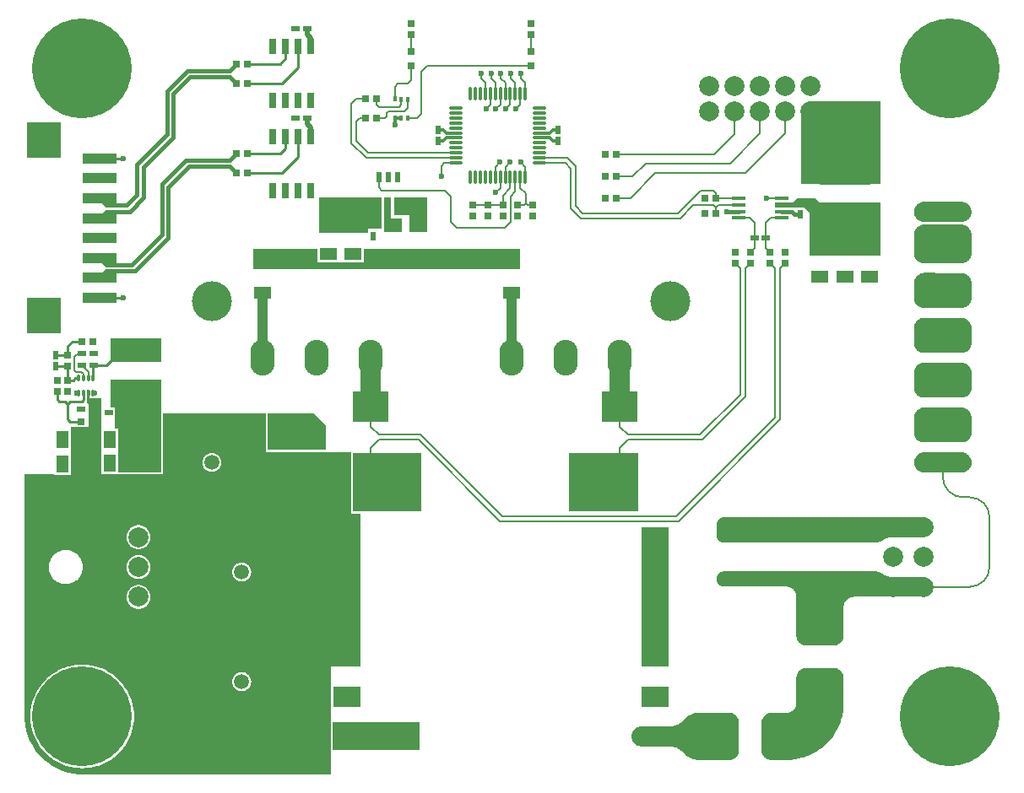
<source format=gbr>
%TF.GenerationSoftware,Altium Limited,Altium Designer,25.1.2 (22)*%
G04 Layer_Physical_Order=1*
G04 Layer_Color=5636351*
%FSLAX45Y45*%
%MOMM*%
%TF.SameCoordinates,CB1A417E-7DD8-4276-B15B-71DB2DCBA6F7*%
%TF.FilePolarity,Positive*%
%TF.FileFunction,Copper,L1,Top,Signal*%
%TF.Part,Single*%
G01*
G75*
%TA.AperFunction,Conductor*%
%ADD10C,0.20000*%
%TA.AperFunction,ConnectorPad*%
%ADD11R,2.75000X2.00000*%
%TA.AperFunction,SMDPad,CuDef*%
%ADD12O,0.30000X1.40000*%
%ADD13O,1.40000X0.30000*%
%ADD14R,0.65000X0.80000*%
%ADD15R,0.80000X0.65000*%
%ADD16R,3.57000X3.10000*%
%ADD17R,2.15900X2.74300*%
%ADD18R,1.30000X1.80000*%
G04:AMPARAMS|DCode=19|XSize=0.67mm|YSize=0.3mm|CornerRadius=0.05mm|HoleSize=0mm|Usage=FLASHONLY|Rotation=90.000|XOffset=0mm|YOffset=0mm|HoleType=Round|Shape=RoundedRectangle|*
%AMROUNDEDRECTD19*
21,1,0.67000,0.20000,0,0,90.0*
21,1,0.57000,0.30000,0,0,90.0*
1,1,0.10000,0.10000,0.28500*
1,1,0.10000,0.10000,-0.28500*
1,1,0.10000,-0.10000,-0.28500*
1,1,0.10000,-0.10000,0.28500*
%
%ADD19ROUNDEDRECTD19*%
%ADD20R,0.85000X0.60000*%
%ADD21R,0.60000X0.85000*%
%ADD22R,1.80000X1.30000*%
%ADD23R,0.60000X1.10000*%
%ADD24R,5.10000X2.35000*%
%ADD25R,2.20000X1.55000*%
%ADD26R,1.40000X1.05000*%
%ADD27R,1.15000X1.00000*%
%ADD28R,3.50000X1.00000*%
%ADD29R,3.40000X1.50000*%
%ADD30R,0.80000X0.80000*%
%ADD31R,2.74300X2.15900*%
G04:AMPARAMS|DCode=32|XSize=1.55mm|YSize=0.6mm|CornerRadius=0.05mm|HoleSize=0mm|Usage=FLASHONLY|Rotation=90.000|XOffset=0mm|YOffset=0mm|HoleType=Round|Shape=RoundedRectangle|*
%AMROUNDEDRECTD32*
21,1,1.55000,0.50000,0,0,90.0*
21,1,1.45000,0.60000,0,0,90.0*
1,1,0.10000,0.25000,0.72500*
1,1,0.10000,0.25000,-0.72500*
1,1,0.10000,-0.25000,-0.72500*
1,1,0.10000,-0.25000,0.72500*
%
%ADD32ROUNDEDRECTD32*%
%ADD33R,1.45000X0.45000*%
%ADD34R,0.42000X0.60000*%
%TA.AperFunction,Conductor*%
%ADD35C,0.25400*%
%ADD36C,0.40000*%
%ADD37C,0.30000*%
%ADD38C,2.00000*%
%ADD39C,1.00000*%
%ADD40C,0.50000*%
%ADD41C,0.38100*%
%ADD42R,3.40000X3.60000*%
%TA.AperFunction,ComponentPad*%
%ADD43O,2.44000X3.60000*%
%TA.AperFunction,ViaPad*%
%ADD44C,10.00000*%
%TA.AperFunction,ComponentPad*%
%ADD45C,2.00000*%
%ADD46C,4.00000*%
%ADD47C,1.50000*%
%TA.AperFunction,ViaPad*%
%ADD48C,0.60000*%
G36*
X8605000Y5940000D02*
X7808000D01*
Y6673000D01*
Y6676929D01*
X7808617Y6684763D01*
X7809846Y6692524D01*
X7811680Y6700165D01*
X7814109Y6707638D01*
X7817116Y6714898D01*
X7820683Y6721900D01*
X7824789Y6728600D01*
X7829408Y6734957D01*
X7834511Y6740932D01*
X7840068Y6746489D01*
X7846043Y6751592D01*
X7852400Y6756211D01*
X7859100Y6760317D01*
X7866102Y6763884D01*
X7873362Y6766891D01*
X7880835Y6769319D01*
X7888476Y6771154D01*
X7896237Y6772383D01*
X7904071Y6773000D01*
X8605000D01*
Y5940000D01*
D02*
G37*
G36*
X9431763Y5764383D02*
X9439524Y5763154D01*
X9447165Y5761319D01*
X9454638Y5758891D01*
X9461898Y5755884D01*
X9468900Y5752317D01*
X9475600Y5748211D01*
X9481957Y5743592D01*
X9487933Y5738489D01*
X9493489Y5732932D01*
X9498592Y5726957D01*
X9503211Y5720600D01*
X9507317Y5713900D01*
X9510884Y5706898D01*
X9513892Y5699638D01*
X9516320Y5692165D01*
X9518154Y5684524D01*
X9519384Y5676763D01*
X9520000Y5668929D01*
Y5665000D01*
Y5661071D01*
X9519384Y5653237D01*
X9518154Y5645476D01*
X9516320Y5637835D01*
X9513892Y5630361D01*
X9510884Y5623102D01*
X9507317Y5616100D01*
X9503211Y5609400D01*
X9498592Y5603043D01*
X9493489Y5597067D01*
X9487933Y5591511D01*
X9481957Y5586407D01*
X9475600Y5581789D01*
X9468900Y5577683D01*
X9461898Y5574115D01*
X9454638Y5571108D01*
X9447165Y5568680D01*
X9439524Y5566845D01*
X9431763Y5565616D01*
X9423929Y5565000D01*
X9038571D01*
X9030737Y5565616D01*
X9022976Y5566845D01*
X9015335Y5568680D01*
X9007862Y5571108D01*
X9000602Y5574115D01*
X8993600Y5577683D01*
X8986900Y5581789D01*
X8980543Y5586407D01*
X8974568Y5591511D01*
X8969011Y5597067D01*
X8963908Y5603043D01*
X8959289Y5609400D01*
X8955183Y5616100D01*
X8951616Y5623102D01*
X8948608Y5630361D01*
X8946180Y5637835D01*
X8944346Y5645476D01*
X8943116Y5653237D01*
X8942500Y5661071D01*
Y5665000D01*
Y5668929D01*
X8943116Y5676763D01*
X8944346Y5684524D01*
X8946180Y5692165D01*
X8948608Y5699638D01*
X8951616Y5706898D01*
X8955183Y5713900D01*
X8959289Y5720600D01*
X8963908Y5726957D01*
X8969011Y5732932D01*
X8974568Y5738489D01*
X8980543Y5743592D01*
X8986900Y5748211D01*
X8993600Y5752317D01*
X9000602Y5755884D01*
X9007862Y5758891D01*
X9015335Y5761319D01*
X9022976Y5763154D01*
X9030737Y5764383D01*
X9038571Y5765000D01*
X9423929D01*
X9431763Y5764383D01*
D02*
G37*
G36*
X3698735Y5595239D02*
X3808735D01*
Y5465239D01*
X3628735D01*
Y5805239D01*
X3698735D01*
Y5595239D01*
D02*
G37*
G36*
X4058735Y5465238D02*
X3878735D01*
Y5630239D01*
X3733735D01*
Y5805239D01*
X4058735D01*
Y5465238D01*
D02*
G37*
G36*
X3603735Y5495239D02*
X3468735D01*
Y5455239D01*
X2978734D01*
Y5805239D01*
X3603735D01*
Y5495239D01*
D02*
G37*
G36*
X7995000Y5760000D02*
X8605000D01*
Y5224999D01*
X7895000D01*
Y5660000D01*
X7845000Y5710000D01*
X7547500D01*
Y5755000D01*
X7725000D01*
X7770000Y5800000D01*
X7955000D01*
X7995000Y5760000D01*
D02*
G37*
G36*
X4993500Y5085000D02*
X2316000D01*
Y5295239D01*
X2958734D01*
Y5155239D01*
X3428735D01*
Y5295239D01*
X4993500D01*
Y5085000D01*
D02*
G37*
G36*
X9431763Y5534383D02*
X9439524Y5533154D01*
X9447165Y5531319D01*
X9454638Y5528891D01*
X9461898Y5525884D01*
X9468900Y5522317D01*
X9475600Y5518211D01*
X9481957Y5513592D01*
X9487933Y5508489D01*
X9493489Y5502932D01*
X9498592Y5496957D01*
X9503211Y5490600D01*
X9507317Y5483900D01*
X9510884Y5476898D01*
X9513892Y5469638D01*
X9516320Y5462165D01*
X9518154Y5454524D01*
X9519384Y5446763D01*
X9520000Y5438929D01*
Y5435000D01*
Y5250000D01*
Y5246071D01*
X9519384Y5238237D01*
X9518154Y5230476D01*
X9516320Y5222835D01*
X9513892Y5215361D01*
X9510884Y5208102D01*
X9507317Y5201100D01*
X9503211Y5194400D01*
X9498592Y5188043D01*
X9493489Y5182067D01*
X9487933Y5176511D01*
X9481957Y5171407D01*
X9475600Y5166789D01*
X9468900Y5162683D01*
X9461898Y5159115D01*
X9454638Y5156108D01*
X9447165Y5153680D01*
X9439524Y5151845D01*
X9431763Y5150616D01*
X9423929Y5150000D01*
X9038571D01*
X9030737Y5150616D01*
X9022976Y5151845D01*
X9015335Y5153680D01*
X9007862Y5156108D01*
X9000602Y5159115D01*
X8993600Y5162683D01*
X8986900Y5166789D01*
X8980543Y5171407D01*
X8974568Y5176511D01*
X8969011Y5182067D01*
X8963908Y5188043D01*
X8959289Y5194400D01*
X8955183Y5201100D01*
X8951616Y5208102D01*
X8948608Y5215361D01*
X8946180Y5222835D01*
X8944346Y5230476D01*
X8943116Y5238237D01*
X8942500Y5246071D01*
Y5250000D01*
Y5435000D01*
Y5438929D01*
X8943116Y5446763D01*
X8944346Y5454524D01*
X8946180Y5462165D01*
X8948608Y5469638D01*
X8951616Y5476898D01*
X8955183Y5483900D01*
X8959289Y5490600D01*
X8963908Y5496957D01*
X8969011Y5502932D01*
X8974568Y5508489D01*
X8980543Y5513592D01*
X8986900Y5518211D01*
X8993600Y5522317D01*
X9000602Y5525884D01*
X9007862Y5528891D01*
X9015335Y5531319D01*
X9022976Y5533154D01*
X9030737Y5534383D01*
X9038571Y5535000D01*
X9423929D01*
X9431763Y5534383D01*
D02*
G37*
G36*
Y5049383D02*
X9439524Y5048154D01*
X9447165Y5046319D01*
X9454638Y5043891D01*
X9461898Y5040884D01*
X9468900Y5037317D01*
X9475600Y5033211D01*
X9481957Y5028592D01*
X9487933Y5023489D01*
X9493489Y5017932D01*
X9498592Y5011957D01*
X9503211Y5005600D01*
X9507317Y4998900D01*
X9510884Y4991898D01*
X9513892Y4984638D01*
X9516320Y4977165D01*
X9518154Y4969524D01*
X9519384Y4961762D01*
X9520000Y4953929D01*
Y4950000D01*
Y4800000D01*
Y4796071D01*
X9519384Y4788237D01*
X9518154Y4780476D01*
X9516320Y4772835D01*
X9513892Y4765361D01*
X9510884Y4758101D01*
X9507317Y4751100D01*
X9503211Y4744400D01*
X9498592Y4738043D01*
X9493489Y4732067D01*
X9487933Y4726511D01*
X9481957Y4721407D01*
X9475600Y4716789D01*
X9468900Y4712683D01*
X9461898Y4709115D01*
X9454638Y4706108D01*
X9447165Y4703680D01*
X9439524Y4701845D01*
X9431763Y4700616D01*
X9423929Y4700000D01*
X9038571D01*
X9030737Y4700616D01*
X9022976Y4701845D01*
X9015335Y4703680D01*
X9007862Y4706108D01*
X9000602Y4709115D01*
X8993600Y4712683D01*
X8986900Y4716789D01*
X8980543Y4721407D01*
X8974568Y4726511D01*
X8969011Y4732067D01*
X8963908Y4738043D01*
X8959289Y4744400D01*
X8955183Y4751100D01*
X8951616Y4758101D01*
X8948608Y4765361D01*
X8946180Y4772835D01*
X8944346Y4780476D01*
X8943116Y4788237D01*
X8942500Y4796071D01*
Y4800000D01*
Y4950000D01*
Y4953929D01*
X8943116Y4961762D01*
X8944346Y4969524D01*
X8946180Y4977165D01*
X8948608Y4984638D01*
X8951616Y4991898D01*
X8955183Y4998900D01*
X8959289Y5005600D01*
X8963908Y5011957D01*
X8969011Y5017932D01*
X8974568Y5023489D01*
X8980543Y5028592D01*
X8986900Y5033211D01*
X8993600Y5037316D01*
X9000602Y5040884D01*
X9007862Y5043891D01*
X9015335Y5046319D01*
X9022976Y5048154D01*
X9030737Y5049383D01*
X9038571Y5050000D01*
X9042500Y5049999D01*
X9420000Y5050000D01*
X9423929D01*
X9431763Y5049383D01*
D02*
G37*
G36*
Y4599383D02*
X9439524Y4598154D01*
X9447165Y4596319D01*
X9454638Y4593891D01*
X9461898Y4590884D01*
X9468900Y4587316D01*
X9475600Y4583211D01*
X9481957Y4578592D01*
X9487933Y4573488D01*
X9493489Y4567932D01*
X9498592Y4561957D01*
X9503211Y4555599D01*
X9507317Y4548899D01*
X9510884Y4541898D01*
X9513892Y4534638D01*
X9516320Y4527164D01*
X9518154Y4519524D01*
X9519384Y4511762D01*
X9520000Y4503929D01*
Y4500000D01*
Y4350000D01*
Y4346071D01*
X9519384Y4338237D01*
X9518154Y4330476D01*
X9516320Y4322835D01*
X9513892Y4315361D01*
X9510884Y4308102D01*
X9507317Y4301100D01*
X9503211Y4294400D01*
X9498592Y4288043D01*
X9493489Y4282067D01*
X9487933Y4276511D01*
X9481957Y4271408D01*
X9475600Y4266789D01*
X9468900Y4262683D01*
X9461898Y4259115D01*
X9454638Y4256108D01*
X9447165Y4253680D01*
X9439524Y4251845D01*
X9431763Y4250616D01*
X9423929Y4250000D01*
X9038571D01*
X9030737Y4250616D01*
X9022976Y4251845D01*
X9015335Y4253680D01*
X9007862Y4256108D01*
X9000602Y4259115D01*
X8993600Y4262683D01*
X8986900Y4266789D01*
X8980543Y4271408D01*
X8974568Y4276511D01*
X8969011Y4282067D01*
X8963908Y4288043D01*
X8959289Y4294400D01*
X8955183Y4301100D01*
X8951616Y4308102D01*
X8948608Y4315361D01*
X8946180Y4322835D01*
X8944346Y4330476D01*
X8943116Y4338237D01*
X8942500Y4346071D01*
Y4350000D01*
Y4500000D01*
Y4503929D01*
X8943116Y4511762D01*
X8944346Y4519524D01*
X8946180Y4527165D01*
X8948608Y4534638D01*
X8951616Y4541898D01*
X8955183Y4548899D01*
X8959289Y4555599D01*
X8963908Y4561957D01*
X8969011Y4567932D01*
X8974568Y4573488D01*
X8980543Y4578592D01*
X8986900Y4583211D01*
X8993600Y4587316D01*
X9000602Y4590884D01*
X9007862Y4593891D01*
X9015335Y4596319D01*
X9022976Y4598154D01*
X9030737Y4599383D01*
X9038571Y4599999D01*
X9042500Y4599999D01*
X9420000Y4600000D01*
X9423929D01*
X9431763Y4599383D01*
D02*
G37*
G36*
X9420000Y4150000D02*
X9423929D01*
X9431763Y4149383D01*
X9439524Y4148154D01*
X9447165Y4146319D01*
X9454638Y4143891D01*
X9461898Y4140884D01*
X9468900Y4137316D01*
X9475600Y4133211D01*
X9481957Y4128592D01*
X9487933Y4123488D01*
X9493489Y4117932D01*
X9498592Y4111957D01*
X9503211Y4105599D01*
X9507317Y4098899D01*
X9510884Y4091898D01*
X9513891Y4084638D01*
X9516320Y4077165D01*
X9518154Y4069524D01*
X9519383Y4061763D01*
X9520000Y4053929D01*
Y4050000D01*
X9520000D01*
X9520000Y3900000D01*
Y3896071D01*
X9519383Y3888237D01*
X9518154Y3880476D01*
X9516320Y3872835D01*
X9513891Y3865361D01*
X9510884Y3858102D01*
X9507317Y3851100D01*
X9503211Y3844400D01*
X9498592Y3838043D01*
X9493489Y3832067D01*
X9487933Y3826511D01*
X9481957Y3821408D01*
X9475600Y3816789D01*
X9468900Y3812683D01*
X9461898Y3809116D01*
X9454638Y3806108D01*
X9447165Y3803680D01*
X9439524Y3801846D01*
X9431763Y3800616D01*
X9423929Y3800000D01*
X9420000D01*
Y3800000D01*
X9042500Y3800000D01*
X9038571D01*
X9030737Y3800616D01*
X9022976Y3801846D01*
X9015335Y3803680D01*
X9007862Y3806108D01*
X9000602Y3809116D01*
X8993600Y3812683D01*
X8986900Y3816789D01*
X8980543Y3821408D01*
X8974568Y3826511D01*
X8969011Y3832067D01*
X8963908Y3838043D01*
X8959289Y3844400D01*
X8955183Y3851100D01*
X8951616Y3858102D01*
X8948609Y3865361D01*
X8946180Y3872835D01*
X8944346Y3880476D01*
X8943117Y3888237D01*
X8942500Y3896071D01*
Y3900000D01*
X8942500D01*
X8942500Y4050000D01*
Y4053929D01*
X8943117Y4061763D01*
X8944346Y4069524D01*
X8946180Y4077165D01*
X8948609Y4084638D01*
X8951616Y4091898D01*
X8955183Y4098900D01*
X8959289Y4105600D01*
X8963908Y4111957D01*
X8969011Y4117932D01*
X8974568Y4123489D01*
X8980543Y4128592D01*
X8986900Y4133211D01*
X8993600Y4137317D01*
X9000602Y4140884D01*
X9007862Y4143891D01*
X9015335Y4146319D01*
X9022976Y4148154D01*
X9030737Y4149383D01*
X9038571Y4150000D01*
X9042500D01*
Y4150000D01*
X9420000Y4150000D01*
D02*
G37*
G36*
X675804Y3874062D02*
Y3817062D01*
X675881Y3816081D01*
Y3791509D01*
X790881D01*
Y3489562D01*
Y3269562D01*
Y3029562D01*
X959899D01*
X960881Y3029465D01*
X1390881D01*
X1391864Y3029562D01*
X1410881D01*
Y3048579D01*
X1410978Y3049562D01*
Y3640000D01*
X2439903D01*
Y3275000D01*
X2440000Y3274017D01*
Y3255000D01*
X2459017D01*
X2460000Y3254903D01*
X3040000D01*
X3040983Y3255000D01*
X3295046D01*
X3295453Y3245000D01*
X3295403Y3244500D01*
Y2655500D01*
X3295500Y2654517D01*
Y2635500D01*
X3314517D01*
X3315500Y2635403D01*
X3390000D01*
Y1100000D01*
X3095000D01*
Y540983D01*
X3094903Y540000D01*
Y260000D01*
X3095000Y259017D01*
Y20390D01*
X600000Y20390D01*
X571524Y20390D01*
X514851Y25972D01*
X458995Y37082D01*
X404500Y53613D01*
X351885Y75407D01*
X301663Y102251D01*
X254311Y133891D01*
X210289Y170018D01*
X170019Y210288D01*
X133892Y254310D01*
X102252Y301662D01*
X75408Y351884D01*
X53614Y404500D01*
X37082Y458997D01*
X25972Y514850D01*
X20390Y571524D01*
Y599999D01*
Y3029562D01*
X320882D01*
Y3019562D01*
X490881D01*
Y3029562D01*
Y3507088D01*
X530882D01*
Y3507062D01*
X650882D01*
Y3507088D01*
X660882D01*
Y3735030D01*
X645881Y3750030D01*
Y3816081D01*
X645959Y3817062D01*
Y3874062D01*
X654202Y3879062D01*
X667560D01*
X675804Y3874062D01*
D02*
G37*
G36*
X9420000Y3699999D02*
X9423929D01*
X9431763Y3699383D01*
X9439524Y3698154D01*
X9447165Y3696319D01*
X9454638Y3693891D01*
X9461898Y3690884D01*
X9468900Y3687316D01*
X9475600Y3683211D01*
X9481957Y3678592D01*
X9487933Y3673488D01*
X9493489Y3667932D01*
X9498592Y3661957D01*
X9503211Y3655599D01*
X9507317Y3648899D01*
X9510884Y3641898D01*
X9513892Y3634638D01*
X9516320Y3627164D01*
X9518154Y3619524D01*
X9519383Y3611762D01*
X9520000Y3603929D01*
X9520000Y3599999D01*
X9520000Y3600000D01*
X9520000Y3450000D01*
Y3446071D01*
X9519383Y3438237D01*
X9518154Y3430476D01*
X9516320Y3422835D01*
X9513891Y3415361D01*
X9510884Y3408102D01*
X9507317Y3401100D01*
X9503211Y3394400D01*
X9498592Y3388043D01*
X9493489Y3382067D01*
X9487933Y3376511D01*
X9481957Y3371408D01*
X9475600Y3366789D01*
X9468900Y3362683D01*
X9461898Y3359116D01*
X9454638Y3356109D01*
X9447165Y3353680D01*
X9439524Y3351846D01*
X9431763Y3350617D01*
X9423929Y3350000D01*
X9420000D01*
Y3350000D01*
X9042500Y3350000D01*
X9038571D01*
X9030737Y3350617D01*
X9022976Y3351846D01*
X9015335Y3353680D01*
X9007862Y3356109D01*
X9000602Y3359116D01*
X8993600Y3362683D01*
X8986900Y3366789D01*
X8980543Y3371408D01*
X8974568Y3376511D01*
X8969011Y3382067D01*
X8963908Y3388043D01*
X8959289Y3394400D01*
X8955183Y3401100D01*
X8951616Y3408102D01*
X8948609Y3415361D01*
X8946180Y3422835D01*
X8944346Y3430476D01*
X8943117Y3438237D01*
X8942500Y3446071D01*
Y3450000D01*
X8942500D01*
X8942500Y3600000D01*
Y3603929D01*
X8943117Y3611763D01*
X8944346Y3619524D01*
X8946180Y3627165D01*
X8948609Y3634638D01*
X8951616Y3641898D01*
X8955183Y3648899D01*
X8959289Y3655599D01*
X8963908Y3661957D01*
X8969011Y3667932D01*
X8974568Y3673488D01*
X8980543Y3678592D01*
X8986900Y3683211D01*
X8993600Y3687316D01*
X9000602Y3690884D01*
X9007862Y3693891D01*
X9015335Y3696319D01*
X9022976Y3698154D01*
X9030737Y3699383D01*
X9038571Y3700000D01*
X9042500D01*
Y3700000D01*
X9420000Y3699999D01*
D02*
G37*
G36*
X3040000Y3520000D02*
Y3275000D01*
X2460000D01*
Y3640000D01*
X2920000D01*
X3040000Y3520000D01*
D02*
G37*
G36*
X9420000Y3250000D02*
X9424366D01*
X9433065Y3249239D01*
X9441665Y3247722D01*
X9450099Y3245462D01*
X9458305Y3242476D01*
X9466219Y3238785D01*
X9473781Y3234419D01*
X9480934Y3229411D01*
X9487623Y3223798D01*
X9493798Y3217623D01*
X9499411Y3210934D01*
X9504420Y3203781D01*
X9508786Y3196219D01*
X9512476Y3188305D01*
X9515463Y3180099D01*
X9517723Y3171664D01*
X9519239Y3163065D01*
X9520000Y3154366D01*
Y3145634D01*
X9519239Y3136935D01*
X9517723Y3128335D01*
X9515463Y3119901D01*
X9512476Y3111695D01*
X9508786Y3103781D01*
X9504420Y3096219D01*
X9499411Y3089065D01*
X9493798Y3082376D01*
X9487623Y3076202D01*
X9480934Y3070589D01*
X9473781Y3065580D01*
X9466219Y3061214D01*
X9458305Y3057524D01*
X9450099Y3054537D01*
X9441665Y3052277D01*
X9433065Y3050761D01*
X9424366Y3050000D01*
X9420000D01*
X9042500Y3050000D01*
X9038134D01*
X9029435Y3050761D01*
X9020835Y3052277D01*
X9012401Y3054537D01*
X9004195Y3057524D01*
X8996281Y3061214D01*
X8988719Y3065580D01*
X8981566Y3070589D01*
X8974877Y3076202D01*
X8968702Y3082377D01*
X8963089Y3089066D01*
X8958080Y3096219D01*
X8953714Y3103781D01*
X8950024Y3111695D01*
X8947037Y3119901D01*
X8944777Y3128335D01*
X8943261Y3136935D01*
X8942500Y3145634D01*
Y3154366D01*
X8943261Y3163065D01*
X8944777Y3171664D01*
X8947037Y3180099D01*
X8950024Y3188305D01*
X8953714Y3196219D01*
X8958080Y3203781D01*
X8963089Y3210934D01*
X8968702Y3217623D01*
X8974877Y3223798D01*
X8981566Y3229411D01*
X8988719Y3234419D01*
X8996281Y3238785D01*
X9004195Y3242476D01*
X9012401Y3245463D01*
X9020835Y3247722D01*
X9029435Y3249239D01*
X9038134Y3250000D01*
X9042500D01*
X9420000Y3250000D01*
D02*
G37*
G36*
X1390881Y3049562D02*
X960881D01*
Y3489562D01*
X930882D01*
Y3699562D01*
X880881D01*
Y3979562D01*
X1390881D01*
Y3049562D01*
D02*
G37*
G36*
X4004500Y2655500D02*
X3315500D01*
Y3244500D01*
X4004500D01*
Y2655500D01*
D02*
G37*
G36*
X6172500Y2655500D02*
X5483500D01*
Y3244500D01*
X6172500D01*
Y2655500D01*
D02*
G37*
G36*
X9048065Y2599239D02*
X9056664Y2597723D01*
X9065099Y2595463D01*
X9073305Y2592476D01*
X9081219Y2588786D01*
X9088781Y2584420D01*
X9095934Y2579411D01*
X9102623Y2573798D01*
X9108798Y2567623D01*
X9114411Y2560934D01*
X9119419Y2553781D01*
X9123785Y2546219D01*
X9127476Y2538305D01*
X9130463Y2530099D01*
X9132722Y2521665D01*
X9134239Y2513065D01*
X9135000Y2504366D01*
Y2495634D01*
X9134239Y2486935D01*
X9132722Y2478335D01*
X9130463Y2469901D01*
X9127476Y2461695D01*
X9123785Y2453781D01*
X9119419Y2446219D01*
X9114411Y2439066D01*
X9108798Y2432377D01*
X9102623Y2426202D01*
X9095934Y2420589D01*
X9088781Y2415580D01*
X9081219Y2411214D01*
X9073305Y2407524D01*
X9065099Y2404537D01*
X9056664Y2402277D01*
X9048065Y2400761D01*
X9039366Y2400000D01*
X9035000D01*
X8735000Y2400000D01*
X8730477Y2399948D01*
X8721440Y2399540D01*
X8712430Y2398722D01*
X8703467Y2397498D01*
X8694568Y2395870D01*
X8685753Y2393842D01*
X8677037Y2391416D01*
X8668441Y2388599D01*
X8659980Y2385397D01*
X8651673Y2381815D01*
X8643537Y2377861D01*
X8635588Y2373543D01*
X8631688Y2371250D01*
X8627814Y2368913D01*
X8619863Y2364594D01*
X8611724Y2360639D01*
X8603415Y2357056D01*
X8594952Y2353852D01*
X8586353Y2351035D01*
X8577636Y2348609D01*
X8568818Y2346580D01*
X8559917Y2344951D01*
X8550951Y2343727D01*
X8541940Y2342909D01*
X8532900Y2342500D01*
X8528376Y2342501D01*
X7040000Y2342500D01*
X7036192D01*
X7028614Y2343246D01*
X7021146Y2344732D01*
X7013859Y2346942D01*
X7006824Y2349856D01*
X7000108Y2353446D01*
X6993777Y2357676D01*
X6987891Y2362507D01*
X6982506Y2367891D01*
X6977676Y2373778D01*
X6973445Y2380109D01*
X6969856Y2386824D01*
X6966942Y2393859D01*
X6964732Y2401146D01*
X6963246Y2408614D01*
X6962500Y2416193D01*
Y2420000D01*
Y2522500D01*
Y2526307D01*
X6963246Y2533885D01*
X6964732Y2541354D01*
X6966942Y2548641D01*
X6969856Y2555676D01*
X6973445Y2562391D01*
X6977676Y2568722D01*
X6982506Y2574609D01*
X6987891Y2579993D01*
X6993777Y2584824D01*
X7000108Y2589054D01*
X7006824Y2592644D01*
X7013859Y2595558D01*
X7021146Y2597768D01*
X7028614Y2599254D01*
X7036192Y2600000D01*
X9039366D01*
X9048065Y2599239D01*
D02*
G37*
G36*
X8541940Y2057090D02*
X8550951Y2056273D01*
X8559917Y2055048D01*
X8568818Y2053420D01*
X8577636Y2051391D01*
X8586354Y2048965D01*
X8594952Y2046148D01*
X8603415Y2042944D01*
X8611724Y2039361D01*
X8619863Y2035406D01*
X8627814Y2031087D01*
X8631688Y2028750D01*
X8635588Y2026457D01*
X8643537Y2022139D01*
X8651673Y2018185D01*
X8659980Y2014603D01*
X8668441Y2011400D01*
X8677037Y2008583D01*
X8685753Y2006158D01*
X8694568Y2004129D01*
X8703467Y2002501D01*
X8712430Y2001277D01*
X8721440Y2000460D01*
X8730477Y2000051D01*
X8735000Y2000000D01*
X9039366D01*
X9048065Y1999239D01*
X9056664Y1997722D01*
X9065099Y1995463D01*
X9073305Y1992476D01*
X9081219Y1988785D01*
X9088781Y1984419D01*
X9095934Y1979411D01*
X9102623Y1973798D01*
X9108798Y1967623D01*
X9114411Y1960934D01*
X9119419Y1953781D01*
X9123785Y1946219D01*
X9127476Y1938305D01*
X9130463Y1930099D01*
X9132722Y1921664D01*
X9134239Y1913065D01*
X9135000Y1904366D01*
Y1895634D01*
X9134239Y1886935D01*
X9132722Y1878335D01*
X9130463Y1869901D01*
X9127476Y1861695D01*
X9123785Y1853781D01*
X9119419Y1846219D01*
X9114411Y1839066D01*
X9108798Y1832377D01*
X9102623Y1826202D01*
X9095934Y1820589D01*
X9088781Y1815580D01*
X9081219Y1811214D01*
X9073305Y1807524D01*
X9065099Y1804537D01*
X9056664Y1802277D01*
X9048065Y1800761D01*
X9039366Y1800000D01*
X8337150D01*
X8333224Y1799923D01*
X8325396Y1799307D01*
X8317641Y1798078D01*
X8310006Y1796245D01*
X8302538Y1793819D01*
X8295284Y1790814D01*
X8288288Y1787249D01*
X8281593Y1783147D01*
X8275241Y1778532D01*
X8269270Y1773432D01*
X8263718Y1767880D01*
X8258618Y1761909D01*
X8254003Y1755557D01*
X8249900Y1748862D01*
X8246336Y1741866D01*
X8243331Y1734611D01*
X8240905Y1727144D01*
X8239071Y1719509D01*
X8237843Y1711753D01*
X8237227Y1703926D01*
X8237150Y1700000D01*
Y1413050D01*
Y1409121D01*
X8236533Y1401287D01*
X8235304Y1393526D01*
X8233470Y1385885D01*
X8231041Y1378411D01*
X8228034Y1371151D01*
X8224467Y1364150D01*
X8220361Y1357450D01*
X8215742Y1351093D01*
X8210639Y1345117D01*
X8205082Y1339561D01*
X8199107Y1334457D01*
X8192750Y1329839D01*
X8186050Y1325733D01*
X8179048Y1322165D01*
X8171788Y1319158D01*
X8164315Y1316730D01*
X8156674Y1314895D01*
X8148913Y1313666D01*
X8141079Y1313050D01*
X7858921D01*
X7851087Y1313666D01*
X7843326Y1314895D01*
X7835685Y1316730D01*
X7828211Y1319158D01*
X7820952Y1322165D01*
X7813950Y1325733D01*
X7807250Y1329839D01*
X7800893Y1334457D01*
X7794917Y1339561D01*
X7789361Y1345117D01*
X7784257Y1351093D01*
X7779639Y1357450D01*
X7775533Y1364150D01*
X7771965Y1371151D01*
X7768958Y1378411D01*
X7766530Y1385885D01*
X7764695Y1393526D01*
X7763466Y1401287D01*
X7762850Y1409121D01*
Y1413050D01*
Y1802500D01*
X7762773Y1806425D01*
X7762157Y1814253D01*
X7760928Y1822009D01*
X7759095Y1829644D01*
X7756669Y1837111D01*
X7753664Y1844365D01*
X7750099Y1851362D01*
X7745997Y1858056D01*
X7741382Y1864409D01*
X7736282Y1870380D01*
X7730730Y1875932D01*
X7724759Y1881031D01*
X7718407Y1885646D01*
X7711712Y1889749D01*
X7704716Y1893314D01*
X7697461Y1896319D01*
X7689994Y1898745D01*
X7682359Y1900578D01*
X7674603Y1901806D01*
X7666776Y1902422D01*
X7662850Y1902500D01*
X7036192D01*
X7028614Y1903246D01*
X7021146Y1904732D01*
X7013859Y1906942D01*
X7006824Y1909856D01*
X7000108Y1913445D01*
X6993777Y1917676D01*
X6987891Y1922506D01*
X6982506Y1927891D01*
X6977676Y1933777D01*
X6973445Y1940108D01*
X6969856Y1946824D01*
X6966942Y1953859D01*
X6964732Y1961146D01*
X6963246Y1968614D01*
X6962500Y1976192D01*
Y1983807D01*
X6963246Y1991385D01*
X6964732Y1998853D01*
X6966942Y2006140D01*
X6969856Y2013175D01*
X6973445Y2019891D01*
X6977676Y2026222D01*
X6982506Y2032108D01*
X6987891Y2037492D01*
X6993777Y2042323D01*
X7000108Y2046554D01*
X7006824Y2050143D01*
X7013859Y2053057D01*
X7021146Y2055267D01*
X7028614Y2056753D01*
X7036192Y2057500D01*
X8532900D01*
X8541940Y2057090D01*
D02*
G37*
G36*
X6485000Y1100000D02*
X6210000D01*
Y2500000D01*
X6485000D01*
Y1100000D01*
D02*
G37*
G36*
X3980000Y260000D02*
X3115000D01*
Y540000D01*
X3980000D01*
Y260000D01*
D02*
G37*
G36*
X8148913Y1086333D02*
X8156674Y1085104D01*
X8164315Y1083269D01*
X8171788Y1080841D01*
X8179048Y1077834D01*
X8186050Y1074267D01*
X8192750Y1070161D01*
X8199107Y1065542D01*
X8205082Y1060439D01*
X8210639Y1054882D01*
X8215742Y1048907D01*
X8220361Y1042550D01*
X8224467Y1035850D01*
X8228034Y1028848D01*
X8231041Y1021588D01*
X8233470Y1014115D01*
X8235304Y1006474D01*
X8236533Y998713D01*
X8237150Y990879D01*
Y986950D01*
Y737150D01*
Y726898D01*
X8236418Y706406D01*
X8234955Y685954D01*
X8232764Y665567D01*
X8229845Y645270D01*
X8226205Y625092D01*
X8221846Y605056D01*
X8216775Y585188D01*
X8210998Y565514D01*
X8204523Y546059D01*
X8197357Y526847D01*
X8189511Y507903D01*
X8180993Y489251D01*
X8171814Y470915D01*
X8161987Y452919D01*
X8151525Y435285D01*
X8140439Y418035D01*
X8128745Y401192D01*
X8116457Y384777D01*
X8103591Y368812D01*
X8090163Y353315D01*
X8076191Y338308D01*
X8061692Y323809D01*
X8046685Y309837D01*
X8031188Y296409D01*
X8015222Y283543D01*
X7998808Y271255D01*
X7981965Y259561D01*
X7964715Y248475D01*
X7947081Y238012D01*
X7929084Y228185D01*
X7910748Y219007D01*
X7892097Y210489D01*
X7873153Y202642D01*
X7853941Y195477D01*
X7834486Y189001D01*
X7814812Y183224D01*
X7794944Y178154D01*
X7774908Y173795D01*
X7754729Y170154D01*
X7734433Y167236D01*
X7714046Y165044D01*
X7693594Y163582D01*
X7673102Y162850D01*
X7509121D01*
X7501287Y163466D01*
X7493526Y164695D01*
X7485885Y166530D01*
X7478411Y168958D01*
X7471151Y171965D01*
X7464150Y175533D01*
X7457450Y179639D01*
X7451093Y184257D01*
X7445117Y189361D01*
X7439561Y194917D01*
X7434457Y200893D01*
X7429839Y207250D01*
X7425733Y213950D01*
X7422165Y220952D01*
X7419158Y228211D01*
X7416730Y235685D01*
X7414895Y243326D01*
X7413666Y251087D01*
X7413050Y258921D01*
Y262850D01*
Y537150D01*
Y541079D01*
X7413666Y548913D01*
X7414895Y556674D01*
X7416730Y564315D01*
X7419158Y571788D01*
X7422165Y579048D01*
X7425733Y586050D01*
X7429839Y592750D01*
X7434457Y599107D01*
X7439561Y605082D01*
X7445117Y610639D01*
X7451093Y615742D01*
X7457450Y620361D01*
X7464150Y624467D01*
X7471151Y628034D01*
X7478411Y631041D01*
X7485885Y633470D01*
X7493526Y635304D01*
X7501287Y636533D01*
X7509121Y637150D01*
X7662850D01*
X7666776Y637227D01*
X7674603Y637843D01*
X7682359Y639071D01*
X7689994Y640904D01*
X7697461Y643331D01*
X7704716Y646336D01*
X7711712Y649900D01*
X7718407Y654003D01*
X7724759Y658618D01*
X7730730Y663718D01*
X7736282Y669270D01*
X7741382Y675241D01*
X7745997Y681593D01*
X7750099Y688288D01*
X7753664Y695284D01*
X7756669Y702538D01*
X7759095Y710006D01*
X7760928Y717641D01*
X7762157Y725396D01*
X7762773Y733224D01*
X7762850Y737150D01*
Y986950D01*
Y990879D01*
X7763466Y998713D01*
X7764695Y1006474D01*
X7766530Y1014115D01*
X7768958Y1021588D01*
X7771965Y1028848D01*
X7775533Y1035850D01*
X7779639Y1042550D01*
X7784257Y1048907D01*
X7789361Y1054882D01*
X7794917Y1060439D01*
X7800893Y1065542D01*
X7807250Y1070161D01*
X7813950Y1074267D01*
X7820952Y1077834D01*
X7828211Y1080841D01*
X7835685Y1083269D01*
X7843326Y1085104D01*
X7851087Y1086333D01*
X7858921Y1086950D01*
X8141079D01*
X8148913Y1086333D01*
D02*
G37*
G36*
X7086950Y637150D02*
X7090879D01*
X7098713Y636533D01*
X7106474Y635304D01*
X7114115Y633469D01*
X7121588Y631041D01*
X7128848Y628034D01*
X7135850Y624467D01*
X7142550Y620361D01*
X7148907Y615742D01*
X7154882Y610639D01*
X7160439Y605082D01*
X7165542Y599107D01*
X7170161Y592750D01*
X7174267Y586050D01*
X7177834Y579048D01*
X7180841Y571788D01*
X7183269Y564315D01*
X7185104Y556674D01*
X7186333Y548913D01*
X7186950Y541079D01*
Y537150D01*
X7186950D01*
X7186950Y262850D01*
Y258920D01*
X7186333Y251087D01*
X7185104Y243325D01*
X7183269Y235685D01*
X7180841Y228211D01*
X7177834Y220951D01*
X7174267Y213950D01*
X7170161Y207250D01*
X7165542Y200892D01*
X7160439Y194917D01*
X7154882Y189361D01*
X7148907Y184257D01*
X7142549Y179638D01*
X7135849Y175533D01*
X7128848Y171965D01*
X7121588Y168958D01*
X7114115Y166530D01*
X7106474Y164695D01*
X7098712Y163466D01*
X7090879Y162850D01*
X7086950Y162850D01*
X6781175D01*
X6770515Y163419D01*
X6759901Y164556D01*
X6749362Y166258D01*
X6738930Y168519D01*
X6728632Y171334D01*
X6718500Y174694D01*
X6708561Y178589D01*
X6698844Y183009D01*
X6689377Y187941D01*
X6680186Y193371D01*
X6671298Y199283D01*
X6662738Y205661D01*
X6654530Y212487D01*
X6646698Y219740D01*
X6639264Y227401D01*
X6635756Y231425D01*
X6632196Y235400D01*
X6624765Y243058D01*
X6616935Y250309D01*
X6608731Y257132D01*
X6600173Y263508D01*
X6591289Y269418D01*
X6582101Y274846D01*
X6572637Y279776D01*
X6562923Y284195D01*
X6552988Y288089D01*
X6542859Y291447D01*
X6532566Y294261D01*
X6522137Y296521D01*
X6511602Y298222D01*
X6500991Y299359D01*
X6490335Y299928D01*
X6485000Y299999D01*
X6485000Y300000D01*
X6205634D01*
X6196935Y300761D01*
X6188335Y302277D01*
X6179901Y304537D01*
X6171695Y307524D01*
X6163781Y311214D01*
X6156219Y315580D01*
X6149066Y320589D01*
X6142377Y326202D01*
X6136202Y332377D01*
X6130589Y339066D01*
X6125580Y346219D01*
X6121214Y353781D01*
X6117524Y361695D01*
X6114537Y369901D01*
X6112277Y378335D01*
X6110761Y386935D01*
X6110000Y395634D01*
Y404366D01*
X6110761Y413065D01*
X6112277Y421664D01*
X6114537Y430099D01*
X6117524Y438305D01*
X6121214Y446219D01*
X6125580Y453781D01*
X6130589Y460934D01*
X6136202Y467623D01*
X6142377Y473798D01*
X6149066Y479411D01*
X6156219Y484419D01*
X6163781Y488785D01*
X6171695Y492476D01*
X6179901Y495463D01*
X6188335Y497722D01*
X6196935Y499239D01*
X6205634Y500000D01*
X6485000D01*
X6490336Y500071D01*
X6500992Y500640D01*
X6511602Y501777D01*
X6522137Y503478D01*
X6532566Y505738D01*
X6542860Y508552D01*
X6552988Y511911D01*
X6562924Y515805D01*
X6572637Y520223D01*
X6582101Y525153D01*
X6591289Y530581D01*
X6600174Y536491D01*
X6608731Y542867D01*
X6616936Y549690D01*
X6624765Y556941D01*
X6632196Y564600D01*
X6635756Y568575D01*
X6635756D01*
X6639264Y572598D01*
X6646698Y580259D01*
X6654530Y587512D01*
X6662738Y594338D01*
X6671298Y600716D01*
X6680186Y606628D01*
X6689377Y612058D01*
X6698844Y616990D01*
X6708561Y621410D01*
X6718500Y625306D01*
X6728632Y628666D01*
X6738930Y631480D01*
X6749363Y633741D01*
X6759901Y635443D01*
X6770515Y636580D01*
X6781175Y637150D01*
X6786513D01*
X6786513Y637150D01*
X7086950Y637150D01*
D02*
G37*
%LPC*%
G36*
X1904148Y3245000D02*
X1895852D01*
X1887588Y3244277D01*
X1879418Y3242836D01*
X1871405Y3240689D01*
X1863610Y3237852D01*
X1856092Y3234346D01*
X1848908Y3230198D01*
X1842112Y3225440D01*
X1835758Y3220108D01*
X1829892Y3214242D01*
X1824560Y3207887D01*
X1819802Y3201092D01*
X1815654Y3193908D01*
X1812148Y3186390D01*
X1809311Y3178594D01*
X1807164Y3170581D01*
X1805723Y3162412D01*
X1805000Y3154148D01*
Y3145852D01*
X1805723Y3137588D01*
X1807164Y3129419D01*
X1809311Y3121406D01*
X1812148Y3113610D01*
X1815654Y3106092D01*
X1819802Y3098908D01*
X1824560Y3092113D01*
X1829892Y3085758D01*
X1835758Y3079892D01*
X1842112Y3074560D01*
X1848908Y3069802D01*
X1856092Y3065654D01*
X1863610Y3062148D01*
X1871405Y3059311D01*
X1879418Y3057164D01*
X1887588Y3055723D01*
X1895852Y3055000D01*
X1904148D01*
X1912411Y3055723D01*
X1920581Y3057164D01*
X1928594Y3059311D01*
X1936389Y3062148D01*
X1943907Y3065654D01*
X1951092Y3069802D01*
X1957887Y3074560D01*
X1964242Y3079892D01*
X1970108Y3085758D01*
X1975440Y3092113D01*
X1980198Y3098908D01*
X1984346Y3106092D01*
X1987852Y3113610D01*
X1990689Y3121406D01*
X1992836Y3129419D01*
X1994276Y3137588D01*
X1995000Y3145852D01*
Y3154148D01*
X1994276Y3162412D01*
X1992836Y3170581D01*
X1990689Y3178594D01*
X1987852Y3186390D01*
X1984346Y3193908D01*
X1980198Y3201092D01*
X1975440Y3207887D01*
X1970108Y3214242D01*
X1964242Y3220108D01*
X1957887Y3225440D01*
X1951092Y3230198D01*
X1943907Y3234346D01*
X1936389Y3237852D01*
X1928594Y3240689D01*
X1920581Y3242836D01*
X1912411Y3244277D01*
X1904148Y3245000D01*
D02*
G37*
G36*
X1169714Y2520000D02*
X1160285D01*
X1150884Y2519260D01*
X1141571Y2517785D01*
X1132402Y2515584D01*
X1123434Y2512670D01*
X1114722Y2509061D01*
X1106320Y2504780D01*
X1098280Y2499853D01*
X1090651Y2494311D01*
X1083481Y2488187D01*
X1076813Y2481519D01*
X1070689Y2474348D01*
X1065146Y2466720D01*
X1060219Y2458680D01*
X1055938Y2450278D01*
X1052330Y2441566D01*
X1049416Y2432598D01*
X1047215Y2423429D01*
X1045739Y2414115D01*
X1045000Y2404715D01*
Y2395285D01*
X1045739Y2385884D01*
X1047215Y2376571D01*
X1049416Y2367402D01*
X1052330Y2358434D01*
X1055938Y2349722D01*
X1060219Y2341320D01*
X1065146Y2333280D01*
X1070689Y2325651D01*
X1076813Y2318481D01*
X1083481Y2311813D01*
X1090651Y2305689D01*
X1098280Y2300146D01*
X1106320Y2295219D01*
X1114722Y2290938D01*
X1123434Y2287330D01*
X1132402Y2284416D01*
X1141571Y2282215D01*
X1150884Y2280739D01*
X1160285Y2280000D01*
X1169714D01*
X1179115Y2280739D01*
X1188429Y2282215D01*
X1197598Y2284416D01*
X1206566Y2287330D01*
X1215278Y2290938D01*
X1223680Y2295219D01*
X1231720Y2300146D01*
X1239348Y2305689D01*
X1246519Y2311813D01*
X1253186Y2318481D01*
X1259311Y2325651D01*
X1264853Y2333280D01*
X1269780Y2341320D01*
X1274061Y2349722D01*
X1277670Y2358434D01*
X1280584Y2367402D01*
X1282785Y2376571D01*
X1284260Y2385884D01*
X1285000Y2395285D01*
Y2404715D01*
X1284260Y2414115D01*
X1282785Y2423429D01*
X1280584Y2432598D01*
X1277670Y2441566D01*
X1274061Y2450278D01*
X1269780Y2458680D01*
X1264853Y2466720D01*
X1259311Y2474348D01*
X1253186Y2481519D01*
X1246519Y2488187D01*
X1239348Y2494311D01*
X1231720Y2499853D01*
X1223680Y2504780D01*
X1215278Y2509061D01*
X1206566Y2512670D01*
X1197598Y2515584D01*
X1188429Y2517785D01*
X1179115Y2519260D01*
X1169714Y2520000D01*
D02*
G37*
G36*
Y2220000D02*
X1160285D01*
X1150884Y2219260D01*
X1141571Y2217785D01*
X1132402Y2215584D01*
X1123434Y2212670D01*
X1114722Y2209061D01*
X1106320Y2204780D01*
X1098280Y2199853D01*
X1090651Y2194311D01*
X1083481Y2188187D01*
X1076813Y2181519D01*
X1070689Y2174348D01*
X1065146Y2166720D01*
X1060219Y2158680D01*
X1055938Y2150278D01*
X1052330Y2141566D01*
X1049416Y2132598D01*
X1047215Y2123429D01*
X1045739Y2114115D01*
X1045000Y2104715D01*
Y2095285D01*
X1045739Y2085885D01*
X1047215Y2076571D01*
X1049416Y2067402D01*
X1052330Y2058434D01*
X1055938Y2049722D01*
X1060219Y2041320D01*
X1065146Y2033280D01*
X1070689Y2025651D01*
X1076813Y2018481D01*
X1083481Y2011813D01*
X1090651Y2005689D01*
X1098280Y2000146D01*
X1106320Y1995220D01*
X1114722Y1990938D01*
X1123434Y1987330D01*
X1132402Y1984416D01*
X1141571Y1982215D01*
X1150884Y1980739D01*
X1160285Y1980000D01*
X1169714D01*
X1179115Y1980739D01*
X1188429Y1982215D01*
X1197598Y1984416D01*
X1206566Y1987330D01*
X1215278Y1990938D01*
X1223680Y1995220D01*
X1231720Y2000146D01*
X1239348Y2005689D01*
X1246519Y2011813D01*
X1253186Y2018481D01*
X1259311Y2025651D01*
X1264853Y2033280D01*
X1269780Y2041320D01*
X1274061Y2049722D01*
X1277670Y2058434D01*
X1280584Y2067402D01*
X1282785Y2076571D01*
X1284260Y2085885D01*
X1285000Y2095285D01*
Y2104715D01*
X1284260Y2114115D01*
X1282785Y2123429D01*
X1280584Y2132598D01*
X1277670Y2141566D01*
X1274061Y2150278D01*
X1269780Y2158680D01*
X1264853Y2166720D01*
X1259311Y2174348D01*
X1253186Y2181519D01*
X1246519Y2188187D01*
X1239348Y2194311D01*
X1231720Y2199853D01*
X1223680Y2204780D01*
X1215278Y2209061D01*
X1206566Y2212670D01*
X1197598Y2215584D01*
X1188429Y2217785D01*
X1179115Y2219260D01*
X1169714Y2220000D01*
D02*
G37*
G36*
X2204147Y2145000D02*
X2195852D01*
X2187588Y2144277D01*
X2179418Y2142837D01*
X2171405Y2140690D01*
X2163610Y2137852D01*
X2156092Y2134347D01*
X2148908Y2130199D01*
X2142112Y2125441D01*
X2135758Y2120108D01*
X2129892Y2114242D01*
X2124560Y2107888D01*
X2119801Y2101092D01*
X2115654Y2093908D01*
X2112148Y2086390D01*
X2109310Y2078595D01*
X2107163Y2070582D01*
X2105723Y2062412D01*
X2105000Y2054148D01*
Y2045853D01*
X2105723Y2037589D01*
X2107163Y2029419D01*
X2109310Y2021406D01*
X2112148Y2013611D01*
X2115654Y2006093D01*
X2119801Y1998909D01*
X2124560Y1992113D01*
X2129892Y1985759D01*
X2135758Y1979893D01*
X2142112Y1974560D01*
X2148908Y1969802D01*
X2156092Y1965654D01*
X2163610Y1962148D01*
X2171405Y1959311D01*
X2179418Y1957164D01*
X2187588Y1955724D01*
X2195852Y1955001D01*
X2204147D01*
X2212411Y1955724D01*
X2220581Y1957164D01*
X2228594Y1959311D01*
X2236389Y1962148D01*
X2243907Y1965654D01*
X2251092Y1969802D01*
X2257887Y1974560D01*
X2264242Y1979893D01*
X2270107Y1985759D01*
X2275440Y1992113D01*
X2280198Y1998909D01*
X2284346Y2006093D01*
X2287852Y2013611D01*
X2290689Y2021406D01*
X2292836Y2029419D01*
X2294276Y2037589D01*
X2294999Y2045853D01*
Y2054148D01*
X2294276Y2062412D01*
X2292836Y2070582D01*
X2290689Y2078595D01*
X2287852Y2086390D01*
X2284346Y2093908D01*
X2280198Y2101092D01*
X2275440Y2107888D01*
X2270107Y2114242D01*
X2264242Y2120108D01*
X2257887Y2125441D01*
X2251092Y2130199D01*
X2243907Y2134347D01*
X2236389Y2137852D01*
X2228594Y2140690D01*
X2220581Y2142837D01*
X2212411Y2144277D01*
X2204147Y2145000D01*
D02*
G37*
G36*
X440565Y2270000D02*
X429434D01*
X418328Y2269272D01*
X407293Y2267819D01*
X396376Y2265648D01*
X385625Y2262767D01*
X375085Y2259189D01*
X364802Y2254930D01*
X354819Y2250007D01*
X345180Y2244442D01*
X335925Y2238258D01*
X327095Y2231482D01*
X318727Y2224143D01*
X310856Y2216273D01*
X303518Y2207904D01*
X296742Y2199074D01*
X290558Y2189820D01*
X284993Y2180180D01*
X280070Y2170198D01*
X275810Y2159914D01*
X272233Y2149375D01*
X269352Y2138624D01*
X267180Y2127707D01*
X265728Y2116672D01*
X265000Y2105565D01*
Y2094435D01*
X265728Y2083328D01*
X267180Y2072293D01*
X269352Y2061376D01*
X272233Y2050625D01*
X275810Y2040085D01*
X280070Y2029802D01*
X284993Y2019819D01*
X290558Y2010180D01*
X296742Y2000926D01*
X303518Y1992095D01*
X310856Y1983727D01*
X318727Y1975857D01*
X327095Y1968518D01*
X335925Y1961742D01*
X345180Y1955558D01*
X354819Y1949993D01*
X364802Y1945070D01*
X375085Y1940811D01*
X385625Y1937233D01*
X396376Y1934352D01*
X407293Y1932181D01*
X418328Y1930728D01*
X429434Y1930000D01*
X440565D01*
X451671Y1930728D01*
X462707Y1932181D01*
X473623Y1934352D01*
X484374Y1937233D01*
X494914Y1940811D01*
X505197Y1945070D01*
X515180Y1949993D01*
X524819Y1955558D01*
X534074Y1961742D01*
X542904Y1968518D01*
X551273Y1975857D01*
X559143Y1983727D01*
X566482Y1992095D01*
X573258Y2000926D01*
X579441Y2010180D01*
X585007Y2019819D01*
X589929Y2029802D01*
X594189Y2040085D01*
X597767Y2050625D01*
X600648Y2061376D01*
X602819Y2072293D01*
X604272Y2083328D01*
X605000Y2094435D01*
Y2105565D01*
X604272Y2116672D01*
X602819Y2127707D01*
X600648Y2138624D01*
X597767Y2149375D01*
X594189Y2159914D01*
X589929Y2170198D01*
X585007Y2180180D01*
X579441Y2189820D01*
X573258Y2199074D01*
X566482Y2207904D01*
X559143Y2216273D01*
X551273Y2224143D01*
X542904Y2231482D01*
X534074Y2238258D01*
X524819Y2244442D01*
X515180Y2250007D01*
X505197Y2254930D01*
X494914Y2259189D01*
X484374Y2262767D01*
X473623Y2265648D01*
X462707Y2267819D01*
X451671Y2269272D01*
X440565Y2270000D01*
D02*
G37*
G36*
X1169714Y1920000D02*
X1160285D01*
X1150884Y1919260D01*
X1141571Y1917785D01*
X1132402Y1915584D01*
X1123434Y1912670D01*
X1114722Y1909061D01*
X1106320Y1904780D01*
X1098280Y1899853D01*
X1090651Y1894311D01*
X1083481Y1888186D01*
X1076813Y1881519D01*
X1070689Y1874348D01*
X1065146Y1866720D01*
X1060219Y1858680D01*
X1055938Y1850278D01*
X1052330Y1841566D01*
X1049416Y1832598D01*
X1047215Y1823429D01*
X1045739Y1814115D01*
X1045000Y1804714D01*
Y1795285D01*
X1045739Y1785884D01*
X1047215Y1776571D01*
X1049416Y1767402D01*
X1052330Y1758434D01*
X1055938Y1749722D01*
X1060219Y1741320D01*
X1065146Y1733280D01*
X1070689Y1725651D01*
X1076813Y1718481D01*
X1083481Y1711813D01*
X1090651Y1705689D01*
X1098280Y1700146D01*
X1106320Y1695219D01*
X1114722Y1690938D01*
X1123434Y1687330D01*
X1132402Y1684416D01*
X1141571Y1682215D01*
X1150884Y1680739D01*
X1160285Y1680000D01*
X1169714D01*
X1179115Y1680739D01*
X1188429Y1682215D01*
X1197598Y1684416D01*
X1206566Y1687330D01*
X1215278Y1690938D01*
X1223680Y1695219D01*
X1231720Y1700146D01*
X1239348Y1705689D01*
X1246519Y1711813D01*
X1253186Y1718481D01*
X1259311Y1725651D01*
X1264853Y1733280D01*
X1269780Y1741320D01*
X1274061Y1749722D01*
X1277670Y1758434D01*
X1280584Y1767402D01*
X1282785Y1776571D01*
X1284260Y1785884D01*
X1285000Y1795285D01*
Y1804714D01*
X1284260Y1814115D01*
X1282785Y1823429D01*
X1280584Y1832598D01*
X1277670Y1841566D01*
X1274061Y1850278D01*
X1269780Y1858680D01*
X1264853Y1866720D01*
X1259311Y1874348D01*
X1253186Y1881519D01*
X1246519Y1888186D01*
X1239348Y1894311D01*
X1231720Y1899853D01*
X1223680Y1904780D01*
X1215278Y1909061D01*
X1206566Y1912670D01*
X1197598Y1915584D01*
X1188429Y1917785D01*
X1179115Y1919260D01*
X1169714Y1920000D01*
D02*
G37*
G36*
X2204147Y1045000D02*
X2195852D01*
X2187588Y1044277D01*
X2179418Y1042836D01*
X2171405Y1040689D01*
X2163610Y1037852D01*
X2156092Y1034346D01*
X2148908Y1030198D01*
X2142112Y1025440D01*
X2135758Y1020108D01*
X2129892Y1014242D01*
X2124560Y1007887D01*
X2119801Y1001092D01*
X2115654Y993908D01*
X2112148Y986390D01*
X2109310Y978594D01*
X2107163Y970581D01*
X2105723Y962412D01*
X2105000Y954148D01*
Y945852D01*
X2105723Y937588D01*
X2107163Y929419D01*
X2109310Y921406D01*
X2112148Y913611D01*
X2115654Y906092D01*
X2119801Y898908D01*
X2124560Y892113D01*
X2129892Y885758D01*
X2135758Y879892D01*
X2142112Y874560D01*
X2148908Y869802D01*
X2156092Y865654D01*
X2163610Y862148D01*
X2171405Y859311D01*
X2179418Y857164D01*
X2187588Y855723D01*
X2195852Y855000D01*
X2204147D01*
X2212411Y855723D01*
X2220581Y857164D01*
X2228594Y859311D01*
X2236389Y862148D01*
X2243907Y865654D01*
X2251092Y869802D01*
X2257887Y874560D01*
X2264242Y879892D01*
X2270107Y885758D01*
X2275440Y892113D01*
X2280198Y898908D01*
X2284346Y906092D01*
X2287852Y913611D01*
X2290689Y921406D01*
X2292836Y929419D01*
X2294276Y937588D01*
X2294999Y945852D01*
Y954148D01*
X2294276Y962412D01*
X2292836Y970581D01*
X2290689Y978594D01*
X2287852Y986390D01*
X2284346Y993908D01*
X2280198Y1001092D01*
X2275440Y1007887D01*
X2270107Y1014242D01*
X2264242Y1020108D01*
X2257887Y1025440D01*
X2251092Y1030198D01*
X2243907Y1034346D01*
X2236389Y1037852D01*
X2228594Y1040689D01*
X2220581Y1042836D01*
X2212411Y1044277D01*
X2204147Y1045000D01*
D02*
G37*
G36*
X609725Y1120000D02*
X590275D01*
X570838Y1119273D01*
X551442Y1117819D01*
X532115Y1115641D01*
X512882Y1112743D01*
X493770Y1109127D01*
X474808Y1104798D01*
X456020Y1099764D01*
X437434Y1094031D01*
X419076Y1087607D01*
X400970Y1080502D01*
X383142Y1072724D01*
X365619Y1064284D01*
X348422Y1055196D01*
X331578Y1045471D01*
X315109Y1035123D01*
X299038Y1024166D01*
X283389Y1012616D01*
X268182Y1000489D01*
X253439Y987802D01*
X239181Y974572D01*
X225428Y960819D01*
X212198Y946561D01*
X199511Y931818D01*
X187384Y916611D01*
X175834Y900962D01*
X164877Y884891D01*
X154530Y868422D01*
X144804Y851578D01*
X135716Y834382D01*
X127277Y816858D01*
X119499Y799030D01*
X112393Y780925D01*
X105969Y762566D01*
X100236Y743980D01*
X95202Y725192D01*
X90874Y706230D01*
X87258Y687119D01*
X84359Y667886D01*
X82181Y648558D01*
X80727Y629162D01*
X80000Y609725D01*
Y590275D01*
X80727Y570838D01*
X82181Y551442D01*
X84359Y532115D01*
X87258Y512882D01*
X90874Y493770D01*
X95202Y474808D01*
X100236Y456020D01*
X105969Y437434D01*
X112393Y419076D01*
X119499Y400970D01*
X127277Y383142D01*
X135716Y365619D01*
X144804Y348422D01*
X154530Y331578D01*
X164877Y315109D01*
X175834Y299038D01*
X187384Y283389D01*
X199511Y268182D01*
X212198Y253439D01*
X225428Y239181D01*
X239181Y225428D01*
X253439Y212198D01*
X268182Y199511D01*
X283389Y187384D01*
X299038Y175834D01*
X315109Y164877D01*
X331578Y154530D01*
X348422Y144804D01*
X365619Y135716D01*
X383142Y127277D01*
X400970Y119499D01*
X419076Y112393D01*
X437434Y105969D01*
X456020Y100236D01*
X474808Y95202D01*
X493770Y90874D01*
X512882Y87258D01*
X532115Y84359D01*
X551442Y82181D01*
X570838Y80727D01*
X590275Y80000D01*
X609725D01*
X629162Y80727D01*
X648558Y82181D01*
X667886Y84359D01*
X687119Y87258D01*
X706230Y90874D01*
X725192Y95202D01*
X743980Y100236D01*
X762566Y105969D01*
X780925Y112393D01*
X799030Y119499D01*
X816858Y127277D01*
X834382Y135716D01*
X851578Y144804D01*
X868422Y154530D01*
X884891Y164877D01*
X900962Y175834D01*
X916611Y187384D01*
X931818Y199511D01*
X946561Y212198D01*
X960819Y225428D01*
X974572Y239181D01*
X987802Y253439D01*
X1000489Y268182D01*
X1012616Y283389D01*
X1024166Y299038D01*
X1035123Y315109D01*
X1045471Y331578D01*
X1055196Y348422D01*
X1064284Y365619D01*
X1072724Y383142D01*
X1080502Y400970D01*
X1087607Y419076D01*
X1094031Y437434D01*
X1099764Y456020D01*
X1104798Y474808D01*
X1109127Y493770D01*
X1112743Y512882D01*
X1115641Y532115D01*
X1117819Y551442D01*
X1119273Y570838D01*
X1120000Y590275D01*
Y609725D01*
X1119273Y629162D01*
X1117819Y648558D01*
X1115641Y667886D01*
X1112743Y687119D01*
X1109127Y706230D01*
X1104798Y725192D01*
X1099764Y743980D01*
X1094031Y762566D01*
X1087607Y780925D01*
X1080502Y799030D01*
X1072724Y816858D01*
X1064284Y834382D01*
X1055196Y851578D01*
X1045471Y868422D01*
X1035123Y884891D01*
X1024166Y900962D01*
X1012616Y916611D01*
X1000489Y931818D01*
X987802Y946561D01*
X974572Y960819D01*
X960819Y974572D01*
X946561Y987802D01*
X931818Y1000489D01*
X916611Y1012616D01*
X900962Y1024166D01*
X884891Y1035123D01*
X868422Y1045471D01*
X851578Y1055196D01*
X834382Y1064284D01*
X816858Y1072724D01*
X799030Y1080502D01*
X780925Y1087607D01*
X762566Y1094031D01*
X743980Y1099764D01*
X725192Y1104798D01*
X706230Y1109127D01*
X687119Y1112743D01*
X667886Y1115641D01*
X648558Y1117819D01*
X629162Y1119273D01*
X609725Y1120000D01*
D02*
G37*
G36*
X8528376Y2342501D02*
X8528376D01*
D01*
X8528376D01*
D02*
G37*
%LPD*%
D10*
X9700000Y2600000D02*
G03*
X9500000Y2800000I-200000J0D01*
G01*
Y1900000D02*
G03*
X9700000Y2100000I0J200000D01*
G01*
X9231250Y3000000D02*
G03*
X9431250Y2800000I200000J0D01*
G01*
X540419Y4058550D02*
X591113D01*
X522238Y4076730D02*
Y4208845D01*
Y4076730D02*
X540419Y4058550D01*
X522238Y4208845D02*
X542955Y4229562D01*
X591113Y4058550D02*
X610882Y4038781D01*
X660881Y3993562D02*
Y4057062D01*
X598382Y4119561D02*
X660881Y4057062D01*
X3827929Y6671710D02*
X3864999Y6708781D01*
X3653165Y6654472D02*
X3670403Y6671710D01*
X3827929D01*
X9700000Y2100000D02*
Y2600000D01*
X9035000Y1900000D02*
X9500000D01*
X9431250Y2800000D02*
X9500000D01*
X9231250Y3000000D02*
Y3150000D01*
X3975000Y3375000D02*
X4790000Y2560000D01*
X3995711Y3425000D02*
X4810711Y2610000D01*
X6560000D02*
X7550000Y3600000D01*
X6580711Y2560000D02*
X7600000Y3579289D01*
X4790000Y2560000D02*
X6580711D01*
X4810711Y2610000D02*
X6560000D01*
X5046206Y6010239D02*
Y6116742D01*
X5002470Y6160477D02*
X5046206Y6116742D01*
X4943735Y5863735D02*
Y6010239D01*
X4900000Y5820000D02*
X4943735Y5863735D01*
X4900000Y5560000D02*
Y5820000D01*
X4840000Y5500000D02*
X4900000Y5560000D01*
X4360000Y5500000D02*
X4840000D01*
X4300000Y5560000D02*
X4360000Y5500000D01*
X4300000Y5560000D02*
Y5820000D01*
X4240000Y5880000D02*
X4300000Y5820000D01*
X3600000Y5880000D02*
X4240000D01*
X3573735Y5906265D02*
X3600000Y5880000D01*
X3573735Y5906265D02*
Y6010238D01*
X4200000Y6020000D02*
Y6125630D01*
X4229609Y6155239D01*
X4348735D01*
X7462500Y5797500D02*
X7620000D01*
X6576790Y5650000D02*
X6806620Y5879831D01*
X6927670D01*
X5620711Y5650000D02*
X6576790D01*
X6597500Y5600000D02*
X6730001Y5732500D01*
X5550000Y5720711D02*
X5620711Y5650000D01*
X5550000Y5720711D02*
Y6120711D01*
X5465472Y6205239D02*
X5550000Y6120711D01*
X5188735Y6205239D02*
X5465472D01*
X5600000Y5600000D02*
X6597500D01*
X5500000Y5700000D02*
X5600000Y5600000D01*
X5500000Y5700000D02*
Y6100000D01*
X5444761Y6155239D02*
X5500000Y6100000D01*
X5188735Y6155239D02*
X5444761D01*
X6955000Y5800000D02*
Y5852500D01*
X6927670Y5879831D02*
X6955000Y5852500D01*
X6730001Y5732500D02*
X6927670D01*
X6955000Y5705170D01*
X7200000Y3827149D02*
Y5095000D01*
X6797851Y3425000D02*
X7200000Y3827149D01*
X7250000Y3806438D02*
Y5095000D01*
X6818561Y3375000D02*
X7250000Y3806438D01*
X7550000Y3600000D02*
Y5095000D01*
X7600000Y3579289D02*
Y5095000D01*
X7250000D02*
X7300000Y5145000D01*
X7150000D02*
X7200000Y5095000D01*
X7500000Y5145000D02*
X7550000Y5095000D01*
X7600000D02*
X7650000Y5145000D01*
X7457500Y5297500D02*
Y5400000D01*
Y5297500D02*
X7500000Y5255000D01*
X7342500Y5297500D02*
Y5400000D01*
X7300000Y5255000D02*
X7342500Y5297500D01*
X4818734Y5828735D02*
X4893735Y5903735D01*
X4818734Y5828735D02*
X4818735Y5735238D01*
X4668735Y5735239D02*
X4818734D01*
X4518735D02*
X4668735D01*
X4893735Y5903735D02*
Y6010239D01*
X5118735Y5732739D02*
X5118735D01*
X5069609Y5732739D02*
X5118735Y5732739D01*
X4968735D02*
X5030391Y5732739D01*
X5050000Y5752348D01*
X5069609Y5732739D01*
X5050000Y5752348D02*
X5050000Y5847470D01*
X4843735Y6116742D02*
X4887470Y6160477D01*
X4843735Y6010239D02*
Y6116742D01*
X4743735D02*
X4787470Y6160477D01*
X4743735Y6010239D02*
Y6116742D01*
X4750000Y5860000D02*
X4793735Y5903735D01*
Y6010239D01*
X4993735Y5903735D02*
X5050000Y5847470D01*
X4993735Y5903735D02*
Y6010239D01*
X5043735Y6850239D02*
Y6956265D01*
X5000000Y7000000D02*
X5043735Y6956265D01*
X5000000Y7000000D02*
Y7050000D01*
X4950000Y6700000D02*
X4993735Y6743735D01*
Y6850239D01*
X4850000Y6700000D02*
X4893735Y6743735D01*
Y6850239D01*
X4900000Y7000000D02*
Y7050000D01*
Y7000000D02*
X4943735Y6956265D01*
Y6850239D02*
Y6956265D01*
X4600000Y7000000D02*
Y7050000D01*
Y7000000D02*
X4643735Y6956265D01*
Y6850239D02*
Y6956265D01*
X4650000Y6700000D02*
X4693735Y6743735D01*
Y6850239D01*
X4743735D02*
Y6956265D01*
X4700000Y7000000D02*
X4743735Y6956265D01*
X4700000Y7000000D02*
Y7050000D01*
X4800000Y7000000D02*
Y7050000D01*
Y7000000D02*
X4843735Y6956265D01*
Y6850239D02*
Y6956265D01*
X4793735Y6743735D02*
Y6850239D01*
X4750000Y6700000D02*
X4793735Y6743735D01*
X4059354Y7125000D02*
X5100000D01*
X4000000Y6650000D02*
Y7065646D01*
X4059354Y7125000D01*
X3954500Y6604500D02*
X4000000Y6650000D01*
X3865000Y6604500D02*
X3954500D01*
X3900000Y6985410D02*
Y7125000D01*
X3765915Y6950000D02*
X3864590D01*
X3900000Y6985410D01*
X3735000Y6795000D02*
Y6919085D01*
X3765915Y6950000D01*
X3575743Y6714849D02*
X3779037D01*
X3555000Y6735592D02*
X3575743Y6714849D01*
X3779037D02*
X3800000Y6735812D01*
X3555000Y6735592D02*
Y6800000D01*
X3800000Y6735812D02*
Y6794500D01*
X3864999Y6708781D02*
Y6794500D01*
X3653165Y6619656D02*
Y6654472D01*
X3633510Y6600000D02*
X3653165Y6619656D01*
X3555000Y6600000D02*
X3633510D01*
X3350000Y6374024D02*
X3468785Y6255239D01*
X3350000Y6374024D02*
Y6570809D01*
X3300000Y6353313D02*
X3448075Y6205239D01*
X3300000Y6353313D02*
Y6750000D01*
X3448075Y6205239D02*
X4348735D01*
X3379191Y6600000D02*
X3445000D01*
X3350000Y6570809D02*
X3379191Y6600000D01*
X3468785Y6255239D02*
X4348735D01*
X3350000Y6800000D02*
X3445000D01*
X3300000Y6750000D02*
X3350000Y6800000D01*
X5100000Y7275000D02*
Y7445000D01*
X3900000Y7275000D02*
Y7445000D01*
X6955000Y5650000D02*
Y5705170D01*
X6982331Y5732500D01*
X7180000D01*
X6955000Y5800000D02*
X6957500Y5797500D01*
X7180000D01*
X3575000Y3425000D02*
X3995711D01*
X3575000Y3375000D02*
X3975000D01*
X3494000Y3090000D02*
Y3294000D01*
Y3506000D02*
Y3710000D01*
Y3506000D02*
X3575000Y3425000D01*
X3494000Y3294000D02*
X3575000Y3375000D01*
X6075000Y3375000D02*
X6818561D01*
X5994000Y3294000D02*
X6075000Y3375000D01*
Y3425000D02*
X6797851D01*
X5994000Y3506000D02*
X6075000Y3425000D01*
X5994000Y3506000D02*
Y3709999D01*
Y3090000D02*
Y3294000D01*
X7180000Y5602500D02*
X7297500D01*
X7342500Y5557500D01*
Y5400000D02*
Y5557500D01*
X7502500Y5602500D02*
X7620000D01*
X7457500Y5557500D02*
X7502500Y5602500D01*
X7457500Y5400000D02*
Y5557500D01*
X6250000Y6150000D02*
X7100000D01*
X5955000Y6020000D02*
X6120000D01*
X6250000Y6150000D01*
X5955000Y5800000D02*
X6100000D01*
X6350000Y6050000D02*
X7250000D01*
X6100000Y5800000D02*
X6350000Y6050000D01*
X7250000D02*
X7654000Y6454000D01*
Y6673000D01*
X7100000Y6150000D02*
X7400000Y6450000D01*
Y6673000D01*
X7146000Y6446000D02*
Y6673000D01*
X6940001Y6240000D02*
X7146000Y6446000D01*
X5955000Y6240000D02*
X6940001D01*
X542955Y4229562D02*
X598382D01*
X610882Y3993562D02*
Y4038781D01*
D11*
X3252500Y2400000D02*
D03*
Y2000000D02*
D03*
Y1600000D02*
D03*
Y1200000D02*
D03*
Y800000D02*
D03*
Y400000D02*
D03*
X6347500D02*
D03*
Y800000D02*
D03*
Y1200000D02*
D03*
Y1600000D02*
D03*
Y2000000D02*
D03*
Y2400000D02*
D03*
D12*
X4493735Y6850239D02*
D03*
X4543735D02*
D03*
X4593735D02*
D03*
X4643735D02*
D03*
X4693735D02*
D03*
X4743735D02*
D03*
X4793735D02*
D03*
X4843735D02*
D03*
X4893735D02*
D03*
X4943735D02*
D03*
X4993735D02*
D03*
X5043735D02*
D03*
Y6010239D02*
D03*
X4993735D02*
D03*
X4943735D02*
D03*
X4893735D02*
D03*
X4843735D02*
D03*
X4793735D02*
D03*
X4743735D02*
D03*
X4693735D02*
D03*
X4643735D02*
D03*
X4593735D02*
D03*
X4543735D02*
D03*
X4493735D02*
D03*
D13*
X5188735Y6705239D02*
D03*
Y6655239D02*
D03*
Y6605239D02*
D03*
Y6555239D02*
D03*
Y6505239D02*
D03*
Y6455239D02*
D03*
Y6405239D02*
D03*
Y6355239D02*
D03*
Y6305239D02*
D03*
Y6255239D02*
D03*
Y6205239D02*
D03*
Y6155239D02*
D03*
X4348735D02*
D03*
Y6205239D02*
D03*
Y6255239D02*
D03*
Y6305239D02*
D03*
Y6355239D02*
D03*
Y6405239D02*
D03*
Y6455239D02*
D03*
Y6505239D02*
D03*
Y6555239D02*
D03*
Y6605239D02*
D03*
Y6655239D02*
D03*
Y6705239D02*
D03*
D14*
X7300000Y5255000D02*
D03*
Y5145000D02*
D03*
X7500000Y5255000D02*
D03*
Y5145000D02*
D03*
X455881Y3864562D02*
D03*
Y3974562D02*
D03*
X350000Y3974600D02*
D03*
Y3864600D02*
D03*
X455881Y4114561D02*
D03*
Y4224562D02*
D03*
X7150000Y5145000D02*
D03*
Y5255000D02*
D03*
X4518735Y5735239D02*
D03*
Y5625239D02*
D03*
X4818735Y5625239D02*
D03*
Y5735238D02*
D03*
X4668735Y5735239D02*
D03*
Y5625239D02*
D03*
X5118735Y5625239D02*
D03*
Y5735238D02*
D03*
X4968735Y5735239D02*
D03*
Y5625239D02*
D03*
X5100000Y7445000D02*
D03*
Y7555000D02*
D03*
X3900000Y7445000D02*
D03*
Y7555000D02*
D03*
X9350000Y5495000D02*
D03*
Y5604999D02*
D03*
X7650000Y5145000D02*
D03*
Y5255000D02*
D03*
D15*
X6845000Y5650000D02*
D03*
X6955000D02*
D03*
X2145000Y6050000D02*
D03*
X2255000Y6050000D02*
D03*
X700882Y3559562D02*
D03*
X590882D02*
D03*
X5844999Y6240000D02*
D03*
X5955000D02*
D03*
X5845000Y5800000D02*
D03*
X5955000D02*
D03*
X5845000Y6020000D02*
D03*
X5955000D02*
D03*
X710882Y4359562D02*
D03*
X600882D02*
D03*
X2255000Y6950000D02*
D03*
X2145000D02*
D03*
X2255000Y7150000D02*
D03*
X2145000D02*
D03*
X2255000Y6250000D02*
D03*
X2145000Y6250000D02*
D03*
X3445000Y6600000D02*
D03*
X3555000D02*
D03*
X3445000Y6800000D02*
D03*
X3555000D02*
D03*
X6955000Y5800000D02*
D03*
X6845000D02*
D03*
D16*
X5994000Y3090000D02*
D03*
Y3709999D02*
D03*
X3494000Y3710000D02*
D03*
Y3090000D02*
D03*
D17*
X7521000Y400000D02*
D03*
X7079000D02*
D03*
D18*
X405882Y3379562D02*
D03*
X685882D02*
D03*
X875881Y3139562D02*
D03*
X1155882D02*
D03*
X1155882Y3379562D02*
D03*
X875881Y3379562D02*
D03*
X685882Y3129561D02*
D03*
X405882Y3129562D02*
D03*
D19*
X560881Y3993562D02*
D03*
X610882D02*
D03*
X660881D02*
D03*
X710881D02*
D03*
Y3845562D02*
D03*
X660881D02*
D03*
X610881D02*
D03*
X560881Y3845562D02*
D03*
D20*
X703381Y3679562D02*
D03*
X588382Y3679562D02*
D03*
X983382Y3649562D02*
D03*
X868382D02*
D03*
X598382Y4119561D02*
D03*
X713381D02*
D03*
Y4239561D02*
D03*
X598382D02*
D03*
X2742500Y6600000D02*
D03*
X2857499D02*
D03*
X2742500Y7500000D02*
D03*
X2857500D02*
D03*
X7342500Y5400000D02*
D03*
X7457500D02*
D03*
D21*
X3518735Y5537739D02*
D03*
X3518735Y5422739D02*
D03*
X335881Y4112062D02*
D03*
Y4227061D02*
D03*
X4168735Y6487739D02*
D03*
Y6372739D02*
D03*
X5368735Y6487738D02*
D03*
Y6372739D02*
D03*
X7800000Y5642500D02*
D03*
Y5757500D02*
D03*
D22*
X3318735Y5520239D02*
D03*
Y5240239D02*
D03*
X3718735Y5530239D02*
D03*
Y5230238D02*
D03*
X3068735Y5520239D02*
D03*
Y5240239D02*
D03*
X3968735Y5530239D02*
D03*
Y5230238D02*
D03*
X4906000Y5150000D02*
D03*
Y4850000D02*
D03*
X2406000Y5150000D02*
D03*
Y4850000D02*
D03*
X8500000Y5290000D02*
D03*
Y5010000D02*
D03*
X8250000Y5290000D02*
D03*
Y5010001D02*
D03*
X8000000Y5290000D02*
D03*
Y5010000D02*
D03*
X2600000Y3060000D02*
D03*
Y3340000D02*
D03*
D23*
X3573735Y6010238D02*
D03*
X3668735Y6010239D02*
D03*
X3763735Y6010238D02*
D03*
Y5750238D02*
D03*
X3668735Y5750239D02*
D03*
X3573735Y5750238D02*
D03*
D24*
X1135881Y3862062D02*
D03*
Y4277062D02*
D03*
X8250000Y5642500D02*
D03*
Y6057500D02*
D03*
D25*
X7500000Y1980000D02*
D03*
X7500000Y2419999D02*
D03*
X7850000Y1980000D02*
D03*
Y2420000D02*
D03*
X8200000Y1980000D02*
D03*
Y2420000D02*
D03*
X7150000Y1980000D02*
D03*
Y2420000D02*
D03*
D26*
X9350000Y4547500D02*
D03*
Y4752500D02*
D03*
Y4097500D02*
D03*
Y4302500D02*
D03*
Y3647500D02*
D03*
Y3852500D02*
D03*
Y3197500D02*
D03*
Y3402500D02*
D03*
Y4997500D02*
D03*
Y5202500D02*
D03*
D27*
X9100000Y5450000D02*
D03*
Y5650000D02*
D03*
Y4100000D02*
D03*
Y4300000D02*
D03*
Y3650000D02*
D03*
Y3850000D02*
D03*
Y3200000D02*
D03*
Y3400000D02*
D03*
Y5000000D02*
D03*
Y5200000D02*
D03*
Y4550000D02*
D03*
Y4750000D02*
D03*
D28*
X775000Y4800000D02*
D03*
X775000Y5599999D02*
D03*
X775000Y5800001D02*
D03*
X775000Y6000000D02*
D03*
X775000Y6200000D02*
D03*
X775000Y5000000D02*
D03*
X775000Y5200001D02*
D03*
X775000Y5400000D02*
D03*
D29*
X219999Y4565000D02*
D03*
X220000Y6434999D02*
D03*
D30*
X5100000Y7275000D02*
D03*
Y7125000D02*
D03*
X3900000D02*
D03*
Y7275000D02*
D03*
D31*
X8000000Y979000D02*
D03*
Y1421000D02*
D03*
D32*
X2509499Y6780000D02*
D03*
X2636500Y6780000D02*
D03*
X2763500Y6780000D02*
D03*
X2890500D02*
D03*
X2890500Y7320000D02*
D03*
X2763500D02*
D03*
X2636500D02*
D03*
X2509500D02*
D03*
X2509500Y5880000D02*
D03*
X2636500D02*
D03*
X2763500D02*
D03*
X2890500D02*
D03*
X2890500Y6420000D02*
D03*
X2763500D02*
D03*
X2636500Y6420000D02*
D03*
X2509500Y6420000D02*
D03*
D33*
X7620000Y5602500D02*
D03*
X7620000Y5667500D02*
D03*
X7620000Y5732500D02*
D03*
X7620000Y5797500D02*
D03*
X7180000Y5602500D02*
D03*
X7180000Y5667500D02*
D03*
X7180000Y5732500D02*
D03*
X7180000Y5797500D02*
D03*
D34*
X3800000Y6794500D02*
D03*
X3864999D02*
D03*
X3800000Y6604500D02*
D03*
X3865000D02*
D03*
X3735000Y6605000D02*
D03*
X3735000Y6795000D02*
D03*
D35*
X500905Y4359562D02*
X600882D01*
X455881Y4224562D02*
Y4314538D01*
X500905Y4359562D01*
X710881Y4117061D02*
X713381Y4119561D01*
X710881Y3993562D02*
Y4117061D01*
X840881Y4119561D02*
X998382Y4277062D01*
X713381Y4119561D02*
X840881D01*
X455881Y3974562D02*
Y4114561D01*
X775000Y4800000D02*
X1010000D01*
X775000Y6200000D02*
X1010000D01*
X2255000Y6950000D02*
X2599999D01*
X2763500Y7113501D01*
Y7320000D01*
X2584531Y7150000D02*
X2636500Y7201969D01*
Y7320000D01*
X2255000Y7150000D02*
X2584531D01*
X2255000Y6250000D02*
X2584532D01*
X2636500Y6301969D02*
Y6420000D01*
X2584532Y6250000D02*
X2636500Y6301969D01*
X2763500Y6213501D02*
Y6420000D01*
X2599999Y6050000D02*
X2763500Y6213501D01*
X2255000Y6050000D02*
X2599999D01*
X998382Y4277062D02*
X1135881D01*
X335881Y4227061D02*
X338381Y4224562D01*
X455881D01*
X335881Y4112062D02*
X338381Y4114561D01*
X455881D01*
Y3974562D02*
X510422D01*
X529422Y3993562D01*
X560881D01*
X350000Y3782796D02*
Y3864600D01*
X371850Y3760946D02*
X430496D01*
X350000Y3782796D02*
X371850Y3760946D01*
X430496D02*
X455909Y3735533D01*
X477056Y3559562D02*
X590882D01*
X455909Y3580709D02*
X477056Y3559562D01*
X455909Y3580709D02*
Y3735533D01*
X481322Y3760946D01*
X593140D01*
X610881Y3778687D01*
Y3845562D01*
D36*
X7717565Y5667500D02*
X7742565Y5642500D01*
X7800000D01*
X7620000Y5667500D02*
X7717565D01*
X7067500D02*
X7180000D01*
D37*
X5318800Y6372739D02*
X5368735D01*
X5188735Y6405239D02*
X5286300D01*
X5318800Y6372739D01*
X5286300Y6455239D02*
X5318800Y6487738D01*
X5188735Y6455239D02*
X5286300D01*
X5318800Y6487738D02*
X5368735D01*
X4168735D02*
X4218671D01*
X4251170Y6455239D02*
X4348735D01*
X4218671Y6487738D02*
X4251170Y6455239D01*
X4218671Y6372739D02*
X4251170Y6405239D01*
X4348735D01*
X3735000Y6605000D02*
X3799500D01*
X3735000Y6535000D02*
Y6605000D01*
X4168735Y6372739D02*
X4218671D01*
D38*
X5994000Y3709999D02*
Y4195500D01*
X3494001Y3710000D02*
Y4195500D01*
D39*
X4906000D02*
Y4850000D01*
X2406000Y4195500D02*
Y4850000D01*
D40*
X2890500Y6420000D02*
Y6509501D01*
X2857500Y6542501D02*
X2890500Y6509501D01*
X2857500Y6542501D02*
Y6600000D01*
Y7442501D02*
Y7500000D01*
Y7442501D02*
X2890500Y7409501D01*
Y7320000D02*
Y7409501D01*
D41*
X1450000Y6876302D02*
X1655448Y7081750D01*
X1450000Y6439803D02*
Y6876302D01*
X1150000Y6139803D02*
X1450000Y6439803D01*
X1150000Y5831750D02*
Y6139803D01*
X1050000Y5731750D02*
X1150000Y5831750D01*
X843251Y5731750D02*
X1050000D01*
X775000Y5800001D02*
X843251Y5731750D01*
X1513500Y6850000D02*
X1681750Y7018250D01*
X1513500Y6413500D02*
Y6850000D01*
X1213500Y6113500D02*
X1513500Y6413500D01*
X1213500Y5805447D02*
Y6113500D01*
X1076303Y5668250D02*
X1213500Y5805447D01*
X843251Y5668250D02*
X1076303D01*
X775000Y5599999D02*
X843251Y5668250D01*
X1400000Y5939803D02*
X1641948Y6181750D01*
X2076750D01*
X2145000Y6250000D01*
X1463500Y5913500D02*
X1668250Y6118250D01*
X2076750D01*
X2145000Y6050000D01*
X1655448Y7081750D02*
X2076750D01*
X2145000Y7150000D01*
X1681750Y7018250D02*
X2076750D01*
X2145000Y6950000D01*
X1400000Y5431750D02*
Y5939803D01*
X1100000Y5131750D02*
X1400000Y5431750D01*
X843251Y5131750D02*
X1100000D01*
X775000Y5200001D02*
X843251Y5131750D01*
X1463500Y5405448D02*
Y5913500D01*
X1126303Y5068250D02*
X1463500Y5405448D01*
X843251Y5068250D02*
X1126303D01*
X775000Y5000000D02*
X843251Y5068250D01*
D42*
X219999Y6380000D02*
D03*
Y4620000D02*
D03*
D43*
X5994000Y4195500D02*
D03*
X5450000D02*
D03*
X4906000D02*
D03*
X3494000D02*
D03*
X2950000D02*
D03*
X2406000D02*
D03*
D44*
X9300000Y600000D02*
D03*
Y7100000D02*
D03*
X600000D02*
D03*
Y600000D02*
D03*
D45*
X6892000Y6673000D02*
D03*
Y6927000D02*
D03*
X7146000Y6673000D02*
D03*
Y6927000D02*
D03*
X7400000Y6673000D02*
D03*
Y6927000D02*
D03*
X7654000Y6673000D02*
D03*
Y6927000D02*
D03*
X7908000Y6673000D02*
D03*
Y6927000D02*
D03*
X8735000Y1900000D02*
D03*
Y2200000D02*
D03*
Y2500000D02*
D03*
X9035000Y1900000D02*
D03*
Y2200000D02*
D03*
Y2500000D02*
D03*
X1165000Y2400000D02*
D03*
Y2100000D02*
D03*
Y1800000D02*
D03*
X865000Y2400000D02*
D03*
Y2100000D02*
D03*
Y1800000D02*
D03*
D46*
X6497000Y4767000D02*
D03*
X1903000D02*
D03*
D47*
X2200000Y450000D02*
D03*
X2200000Y950000D02*
D03*
X2200000Y1550000D02*
D03*
X2200000Y2050000D02*
D03*
X1900000Y2650000D02*
D03*
X1900000Y3150000D02*
D03*
D48*
X3150001Y400000D02*
D03*
Y500000D02*
D03*
Y300000D02*
D03*
X3250000Y400000D02*
D03*
Y300000D02*
D03*
Y500000D02*
D03*
X3350000Y400000D02*
D03*
Y500000D02*
D03*
Y300000D02*
D03*
X2900000Y3305000D02*
D03*
X3000000D02*
D03*
X2800000D02*
D03*
X2600000D02*
D03*
X2700000D02*
D03*
X2500000D02*
D03*
X6397500Y400000D02*
D03*
X6297500D02*
D03*
X7079000Y350000D02*
D03*
Y450000D02*
D03*
X7521000Y350000D02*
D03*
Y450000D02*
D03*
X7950000Y979000D02*
D03*
X8050000D02*
D03*
Y1420999D02*
D03*
X7950000D02*
D03*
X8150000Y1980000D02*
D03*
X8250000D02*
D03*
X7800000D02*
D03*
X7900000D02*
D03*
X7450000Y1979999D02*
D03*
X7550000D02*
D03*
X7100000Y1979999D02*
D03*
X7200000D02*
D03*
X2700000Y3505000D02*
D03*
X2500000D02*
D03*
X2600000D02*
D03*
X2500000Y3405000D02*
D03*
X2700000D02*
D03*
X2600000D02*
D03*
Y3605000D02*
D03*
X2700000Y3605000D02*
D03*
X2500000D02*
D03*
X3000000Y3505000D02*
D03*
X2800000D02*
D03*
X2900000D02*
D03*
X2800000Y3405000D02*
D03*
X3000000D02*
D03*
X2900000D02*
D03*
Y3605000D02*
D03*
X2800000Y3605000D02*
D03*
X3550000Y300000D02*
D03*
Y500000D02*
D03*
Y400000D02*
D03*
X3450000Y500000D02*
D03*
Y300000D02*
D03*
Y400000D02*
D03*
X3950000Y300000D02*
D03*
Y500000D02*
D03*
X3950000Y400000D02*
D03*
X3850000Y500000D02*
D03*
Y300000D02*
D03*
Y400000D02*
D03*
X3750000D02*
D03*
Y300000D02*
D03*
Y500000D02*
D03*
X3650000Y400000D02*
D03*
X3650000Y300000D02*
D03*
Y500000D02*
D03*
X5628000Y3200000D02*
D03*
X5828000D02*
D03*
X5728000D02*
D03*
X5628000Y3100000D02*
D03*
X5828000D02*
D03*
X5728000D02*
D03*
X5628000Y3000000D02*
D03*
X5828000D02*
D03*
X5728000D02*
D03*
X5528000Y3200000D02*
D03*
Y3000000D02*
D03*
Y3100000D02*
D03*
X5828000Y2900000D02*
D03*
X5628000D02*
D03*
X5728000D02*
D03*
X5528000Y2700000D02*
D03*
Y2900000D02*
D03*
Y2800000D02*
D03*
X5828000D02*
D03*
X5628000D02*
D03*
X5728000D02*
D03*
X5828000Y2700000D02*
D03*
X5628000D02*
D03*
X5728000D02*
D03*
X6128000Y2900000D02*
D03*
X5928000D02*
D03*
X6028000D02*
D03*
X6128000Y2800000D02*
D03*
X5928000D02*
D03*
X6028000D02*
D03*
X6128000Y2700000D02*
D03*
X5928000D02*
D03*
X6028000D02*
D03*
Y3000000D02*
D03*
X5928000D02*
D03*
X6128000D02*
D03*
X5928000Y3100000D02*
D03*
Y3200000D02*
D03*
X6128000Y3100000D02*
D03*
X6028000D02*
D03*
X6128000Y3200000D02*
D03*
X6028000D02*
D03*
X3460000Y3200000D02*
D03*
X3360000D02*
D03*
X3460000Y3100000D02*
D03*
X3360000D02*
D03*
X3560000Y3200000D02*
D03*
Y3100000D02*
D03*
X3360000Y3000000D02*
D03*
X3560000D02*
D03*
X3460000D02*
D03*
Y2700000D02*
D03*
X3560000D02*
D03*
X3360000D02*
D03*
X3460000Y2800000D02*
D03*
X3560000D02*
D03*
X3360000D02*
D03*
X3460000Y2900000D02*
D03*
X3560000D02*
D03*
X3360000D02*
D03*
X3760000Y2700000D02*
D03*
X3860000D02*
D03*
X3660000D02*
D03*
X3760000Y2800000D02*
D03*
X3860000D02*
D03*
X3660000D02*
D03*
X3960000D02*
D03*
Y2900000D02*
D03*
Y2700000D02*
D03*
X3760000Y2900000D02*
D03*
X3860000D02*
D03*
X3660000D02*
D03*
X3960000Y3100000D02*
D03*
Y3000000D02*
D03*
Y3200000D02*
D03*
X3760000Y3000000D02*
D03*
X3660000D02*
D03*
X3860000D02*
D03*
X3760000Y3100000D02*
D03*
X3660000D02*
D03*
X3860000D02*
D03*
X3760000Y3200000D02*
D03*
X3660000D02*
D03*
X3860000D02*
D03*
X5002470Y6160477D02*
D03*
X3252500Y2400000D02*
D03*
X4200000Y6020000D02*
D03*
X1010000Y4800000D02*
D03*
X7462500Y5797500D02*
D03*
X6955000Y5800000D02*
D03*
X6955000Y5650000D02*
D03*
X1010000Y6200000D02*
D03*
X2356000Y5150000D02*
D03*
X2456000D02*
D03*
X4856000Y5150000D02*
D03*
X4956000D02*
D03*
X3573735Y6010238D02*
D03*
X3918735Y5530239D02*
D03*
X4018735D02*
D03*
X3668735Y5530239D02*
D03*
X3768735D02*
D03*
X3518735Y5537739D02*
D03*
X3018735Y5520239D02*
D03*
X3118734D02*
D03*
X3268735D02*
D03*
X3368735D02*
D03*
X2509499Y6780000D02*
D03*
X2636500Y6780000D02*
D03*
X2763500Y6780000D02*
D03*
X2890500D02*
D03*
Y5880000D02*
D03*
X2763500D02*
D03*
X2636500D02*
D03*
X2509500D02*
D03*
X7150000Y5255000D02*
D03*
X7300000D02*
D03*
X7500000D02*
D03*
X7650000D02*
D03*
X9100000Y5650000D02*
D03*
X9350000Y5604999D02*
D03*
X5844999Y6240000D02*
D03*
X5845000Y5800000D02*
D03*
Y6020000D02*
D03*
X5368735Y6372739D02*
D03*
Y6487738D02*
D03*
X4668735Y5625239D02*
D03*
X4518735Y5625239D02*
D03*
X4818735Y5625239D02*
D03*
X4968735Y5625239D02*
D03*
X5118735Y5625239D02*
D03*
X4887470Y6160477D02*
D03*
X4787470D02*
D03*
X4750000Y5860000D02*
D03*
X5000000Y7050000D02*
D03*
X4950000Y6700000D02*
D03*
X4850000D02*
D03*
X4900000Y7050000D02*
D03*
X4600000D02*
D03*
X4650000Y6700000D02*
D03*
X4700000Y7050000D02*
D03*
X4750000Y6700000D02*
D03*
X4800000Y7050000D02*
D03*
X3735000Y6535000D02*
D03*
X4168735Y6372739D02*
D03*
X3900000Y7555000D02*
D03*
X5100000Y7555000D02*
D03*
X4168735Y6487739D02*
D03*
X3518735Y5422739D02*
D03*
X4018735Y5230238D02*
D03*
X3918735D02*
D03*
X3768735D02*
D03*
X3668735D02*
D03*
X3368735Y5240239D02*
D03*
X3268735D02*
D03*
X3118734D02*
D03*
X3018735D02*
D03*
X7200000Y2420000D02*
D03*
X7100000D02*
D03*
X7550000Y2419999D02*
D03*
X7450000D02*
D03*
X7900000Y2420000D02*
D03*
X7800000D02*
D03*
X8250000D02*
D03*
X8150000D02*
D03*
X8050000Y5010000D02*
D03*
X7950000D02*
D03*
X8300000Y5010001D02*
D03*
X8200000D02*
D03*
X8450000Y5010000D02*
D03*
X8550000D02*
D03*
X7800000Y5642500D02*
D03*
X6845000Y5650000D02*
D03*
X7067500Y5667500D02*
D03*
X6845000Y5800000D02*
D03*
X3668735Y6010239D02*
D03*
X3763735Y6010238D02*
D03*
X6447500Y2250000D02*
D03*
X6247500D02*
D03*
X6347500D02*
D03*
X6447500Y2150000D02*
D03*
X6247500D02*
D03*
X6347500D02*
D03*
X6447500Y1850000D02*
D03*
X6247500D02*
D03*
X6347500D02*
D03*
X6447500Y1750000D02*
D03*
X6247500D02*
D03*
X6347500D02*
D03*
X6447500Y1450000D02*
D03*
X6247500D02*
D03*
X6347500D02*
D03*
X6447500Y1350000D02*
D03*
X6247500D02*
D03*
X6347500D02*
D03*
Y1250000D02*
D03*
X6247500D02*
D03*
X6447500D02*
D03*
X6347500Y1150000D02*
D03*
X6447500D02*
D03*
X6247500D02*
D03*
X6347500Y1650000D02*
D03*
X6247500D02*
D03*
X6447500D02*
D03*
X6347500Y1550000D02*
D03*
X6447500D02*
D03*
X6247500D02*
D03*
X6347500Y2050000D02*
D03*
X6247500D02*
D03*
X6447500D02*
D03*
X6347500Y1950000D02*
D03*
X6447500D02*
D03*
X6247500D02*
D03*
Y2350000D02*
D03*
X6447500D02*
D03*
X6347500D02*
D03*
X6447500Y2450000D02*
D03*
X6247500D02*
D03*
X6347500D02*
D03*
X2742500Y6600000D02*
D03*
X2509500Y6420000D02*
D03*
X2857499Y6600000D02*
D03*
X2857500Y7500000D02*
D03*
X2742500D02*
D03*
X2509500Y7320000D02*
D03*
X725000Y5400000D02*
D03*
X825000D02*
D03*
X725000Y6000000D02*
D03*
X825000D02*
D03*
X170000Y6434999D02*
D03*
X270000D02*
D03*
X169999Y4565000D02*
D03*
X269999D02*
D03*
X350000Y3974600D02*
D03*
X1155882Y3089562D02*
D03*
Y3189562D02*
D03*
X1155882Y3329562D02*
D03*
Y3429562D02*
D03*
X875881Y3089562D02*
D03*
Y3189562D02*
D03*
X875881Y3329562D02*
D03*
Y3429562D02*
D03*
X685882Y3329562D02*
D03*
Y3429562D02*
D03*
Y3079562D02*
D03*
Y3179561D02*
D03*
X405882Y3079562D02*
D03*
Y3179562D02*
D03*
Y3429562D02*
D03*
X983382Y3649562D02*
D03*
X868382D02*
D03*
X703381Y3679562D02*
D03*
X545881Y3845562D02*
D03*
X725881Y3845562D02*
D03*
X710882Y4359562D02*
D03*
X713381Y4239561D02*
D03*
X455881Y3864562D02*
D03*
X405882Y3329562D02*
D03*
X700882Y3559562D02*
D03*
X588382Y3679562D02*
D03*
%TF.MD5,ea57ae6cd9e68c7a9c09bdb9bf334b45*%
M02*

</source>
